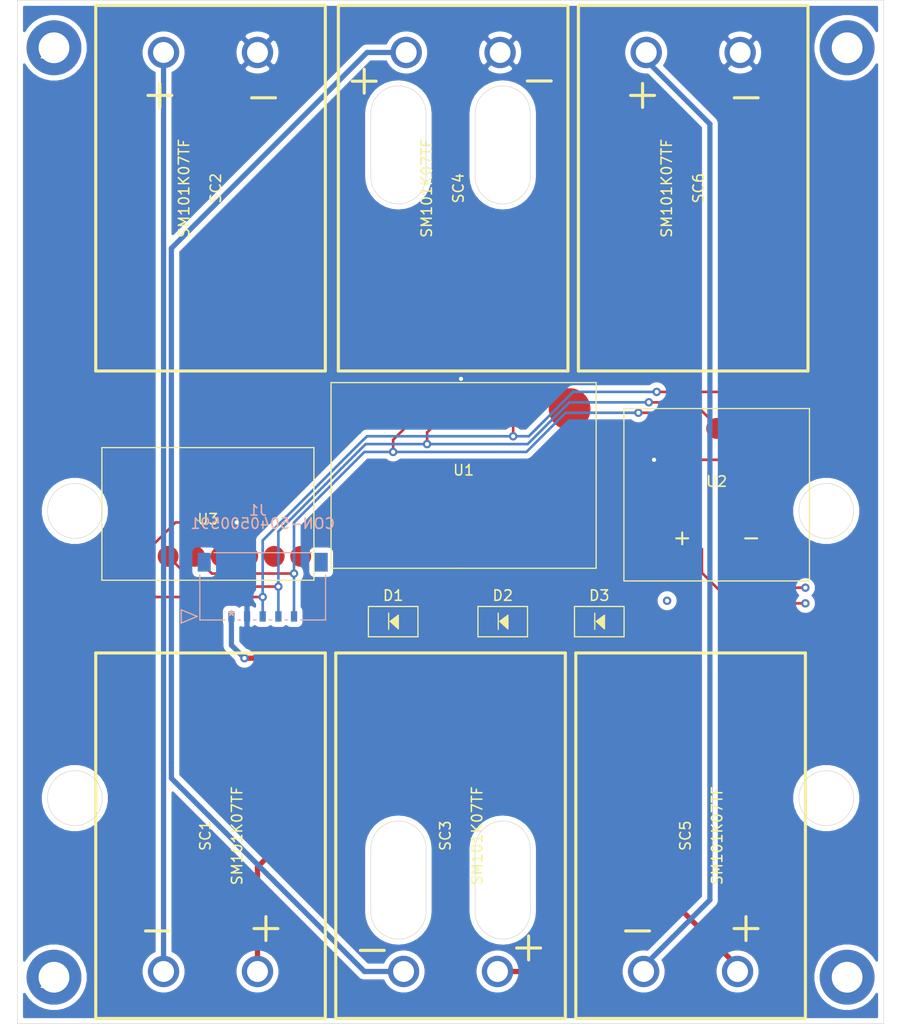
<source format=kicad_pcb>
(kicad_pcb (version 20171130) (host pcbnew "(5.1.10)-1")

  (general
    (thickness 1.6)
    (drawings 61)
    (tracks 502)
    (zones 0)
    (modules 17)
    (nets 34)
  )

  (page A4)
  (title_block
    (title "Solar Configuration With No Cutout; V4 Stucture")
    (date 2022-05-09)
    (rev 1.0)
  )

  (layers
    (0 F.Cu signal)
    (1 In1.Cu signal)
    (2 In2.Cu signal)
    (31 B.Cu signal)
    (32 B.Adhes user)
    (33 F.Adhes user)
    (34 B.Paste user)
    (35 F.Paste user)
    (36 B.SilkS user)
    (37 F.SilkS user)
    (38 B.Mask user)
    (39 F.Mask user)
    (40 Dwgs.User user hide)
    (41 Cmts.User user)
    (42 Eco1.User user)
    (43 Eco2.User user)
    (44 Edge.Cuts user)
    (45 Margin user)
    (46 B.CrtYd user)
    (47 F.CrtYd user)
    (48 B.Fab user)
    (49 F.Fab user)
  )

  (setup
    (last_trace_width 0.25)
    (user_trace_width 0.5)
    (trace_clearance 0.2)
    (zone_clearance 0.508)
    (zone_45_only no)
    (trace_min 0.25)
    (via_size 0.8)
    (via_drill 0.4)
    (via_min_size 0.8)
    (via_min_drill 0.3)
    (uvia_size 0.3)
    (uvia_drill 0.1)
    (uvias_allowed no)
    (uvia_min_size 0.3)
    (uvia_min_drill 0.1)
    (edge_width 0.05)
    (segment_width 0.2)
    (pcb_text_width 0.3)
    (pcb_text_size 1.5 1.5)
    (mod_edge_width 0.12)
    (mod_text_size 1 1)
    (mod_text_width 0.15)
    (pad_size 5.25 5.25)
    (pad_drill 2.95)
    (pad_to_mask_clearance 0)
    (aux_axis_origin 0 0)
    (visible_elements 7FFFFFFF)
    (pcbplotparams
      (layerselection 0x010fc_ffffffff)
      (usegerberextensions false)
      (usegerberattributes true)
      (usegerberadvancedattributes true)
      (creategerberjobfile true)
      (excludeedgelayer true)
      (linewidth 0.100000)
      (plotframeref false)
      (viasonmask false)
      (mode 1)
      (useauxorigin false)
      (hpglpennumber 1)
      (hpglpenspeed 20)
      (hpglpendiameter 15.000000)
      (psnegative false)
      (psa4output false)
      (plotreference true)
      (plotvalue true)
      (plotinvisibletext false)
      (padsonsilk false)
      (subtractmaskfromsilk false)
      (outputformat 1)
      (mirror false)
      (drillshape 0)
      (scaleselection 1)
      (outputdirectory "Extras/NoCutout/"))
  )

  (net 0 "")
  (net 1 GND)
  (net 2 +3V3)
  (net 3 VSOLAR)
  (net 4 "Net-(SC1-Pad2)")
  (net 5 "Net-(SC3-Pad2)")
  (net 6 "Net-(D1-Pad2)")
  (net 7 "Net-(D2-Pad2)")
  (net 8 SDA)
  (net 9 SCL)
  (net 10 "Net-(U1-Pad7)")
  (net 11 "Net-(U1-Pad8)")
  (net 12 "Net-(U1-Pad9)")
  (net 13 "Net-(U1-Pad2)")
  (net 14 "Net-(U1-Pad6)")
  (net 15 "Net-(U1-Pad10)")
  (net 16 "Net-(U2-Pad6)")
  (net 17 "Net-(U2-Pad9)")
  (net 18 "Net-(U2-Pad8)")
  (net 19 "Net-(U2-Pad5)")
  (net 20 "Net-(U3-Pad9)")
  (net 21 "Net-(U3-Pad10)")
  (net 22 "Net-(U3-Pad8)")
  (net 23 "Net-(U3-Pad7)")
  (net 24 "Net-(U3-Pad6)")
  (net 25 "Net-(U3-Pad5)")
  (net 26 "Net-(D3-Pad2)")
  (net 27 "Net-(SC5-Pad2)")
  (net 28 "Net-(J1-Pad7)")
  (net 29 "Net-(J1-Pad6)")
  (net 30 "Net-(J2-Pad1)")
  (net 31 "Net-(J3-Pad1)")
  (net 32 "Net-(J4-Pad1)")
  (net 33 "Net-(J5-Pad1)")

  (net_class Default "This is the default net class."
    (clearance 0.2)
    (trace_width 0.25)
    (via_dia 0.8)
    (via_drill 0.4)
    (uvia_dia 0.3)
    (uvia_drill 0.1)
    (add_net +3V3)
    (add_net GND)
    (add_net "Net-(D1-Pad2)")
    (add_net "Net-(D2-Pad2)")
    (add_net "Net-(D3-Pad2)")
    (add_net "Net-(J1-Pad6)")
    (add_net "Net-(J1-Pad7)")
    (add_net "Net-(J2-Pad1)")
    (add_net "Net-(J3-Pad1)")
    (add_net "Net-(J4-Pad1)")
    (add_net "Net-(J5-Pad1)")
    (add_net "Net-(SC1-Pad2)")
    (add_net "Net-(SC3-Pad2)")
    (add_net "Net-(SC5-Pad2)")
    (add_net "Net-(U1-Pad10)")
    (add_net "Net-(U1-Pad2)")
    (add_net "Net-(U1-Pad6)")
    (add_net "Net-(U1-Pad7)")
    (add_net "Net-(U1-Pad8)")
    (add_net "Net-(U1-Pad9)")
    (add_net "Net-(U2-Pad5)")
    (add_net "Net-(U2-Pad6)")
    (add_net "Net-(U2-Pad8)")
    (add_net "Net-(U2-Pad9)")
    (add_net "Net-(U3-Pad10)")
    (add_net "Net-(U3-Pad5)")
    (add_net "Net-(U3-Pad6)")
    (add_net "Net-(U3-Pad7)")
    (add_net "Net-(U3-Pad8)")
    (add_net "Net-(U3-Pad9)")
    (add_net SCL)
    (add_net SDA)
    (add_net VSOLAR)
  )

  (module SolarPanelBoards:MountingHoles (layer F.Cu) (tedit 6279A908) (tstamp 6279F58F)
    (at 106 70.3)
    (path /627A5498)
    (fp_text reference J2 (at 0 0.5) (layer F.SilkS)
      (effects (font (size 1 1) (thickness 0.15)))
    )
    (fp_text value Conn_01x01 (at 0 -0.5) (layer F.Fab)
      (effects (font (size 1 1) (thickness 0.15)))
    )
    (pad 1 thru_hole circle (at 0.5 0) (size 5.25 5.25) (drill 2.95) (layers *.Cu *.Mask)
      (net 30 "Net-(J2-Pad1)"))
  )

  (module SolarPanelBoards:MountingHoles (layer F.Cu) (tedit 6279A925) (tstamp 6279F59E)
    (at 183 159.3)
    (path /627A649F)
    (fp_text reference J5 (at 0 0.5) (layer F.SilkS)
      (effects (font (size 1 1) (thickness 0.15)))
    )
    (fp_text value Conn_01x01 (at 0 -0.5) (layer F.Fab)
      (effects (font (size 1 1) (thickness 0.15)))
    )
    (pad 1 thru_hole circle (at -0.5 0) (size 5.25 5.25) (drill 2.95) (layers *.Cu *.Mask)
      (net 33 "Net-(J5-Pad1)"))
  )

  (module SolarPanelBoards:MountingHoles (layer F.Cu) (tedit 6279A92E) (tstamp 6279F599)
    (at 183 70.3)
    (path /627A5C0A)
    (fp_text reference J4 (at 0 0.5) (layer F.SilkS)
      (effects (font (size 1 1) (thickness 0.15)))
    )
    (fp_text value Conn_01x01 (at 0 -0.5) (layer F.Fab)
      (effects (font (size 1 1) (thickness 0.15)))
    )
    (pad 1 thru_hole circle (at -0.5 0) (size 5.25 5.25) (drill 2.95) (layers *.Cu *.Mask)
      (net 32 "Net-(J4-Pad1)"))
  )

  (module SolarPanelBoards:MountingHoles (layer F.Cu) (tedit 6279A913) (tstamp 6279F594)
    (at 106 159.3)
    (path /627A5849)
    (fp_text reference J3 (at 0 0.5) (layer F.SilkS)
      (effects (font (size 1 1) (thickness 0.15)))
    )
    (fp_text value Conn_01x01 (at 0 -0.5) (layer F.Fab)
      (effects (font (size 1 1) (thickness 0.15)))
    )
    (pad 1 thru_hole circle (at 0.5 0) (size 5.25 5.25) (drill 2.95) (layers *.Cu *.Mask)
      (net 31 "Net-(J3-Pad1)"))
  )

  (module SolarPanelBoards:CON_5040500591 (layer B.Cu) (tedit 62771E74) (tstamp 627795B0)
    (at 123.5 124.75 180)
    (path /62783659)
    (fp_text reference J1 (at -2.54 10.16) (layer B.SilkS)
      (effects (font (size 1 1) (thickness 0.15)) (justify mirror))
    )
    (fp_text value CON-5040500591 (at -3.000002 8.89) (layer B.SilkS)
      (effects (font (size 1 1) (thickness 0.15)) (justify mirror))
    )
    (fp_line (start -10.294989 7.370001) (end -10.294989 -1.61) (layer B.CrtYd) (width 0.05))
    (fp_line (start -10.294989 -1.61) (end 4.294987 -1.61) (layer B.CrtYd) (width 0.05))
    (fp_line (start 4.294987 -1.61) (end 4.294987 7.370001) (layer B.CrtYd) (width 0.05))
    (fp_line (start 4.294987 7.370001) (end -10.294989 7.370001) (layer B.CrtYd) (width 0.05))
    (fp_line (start 3.278987 0) (end 4.802987 0.635) (layer B.SilkS) (width 0.12))
    (fp_line (start 4.802987 0.635) (end 4.802987 -0.635) (layer B.SilkS) (width 0.12))
    (fp_line (start 4.802987 -0.635) (end 3.278987 0) (layer B.SilkS) (width 0.12))
    (fp_line (start 3.278987 0) (end 4.802987 0.635) (layer B.Fab) (width 0.1))
    (fp_line (start 4.802987 0.635) (end 4.802987 -0.635) (layer B.Fab) (width 0.1))
    (fp_line (start 4.802987 -0.635) (end 3.278987 0) (layer B.Fab) (width 0.1))
    (fp_line (start -9.024989 3.96996) (end -9.024989 -0.34) (layer B.SilkS) (width 0.12))
    (fp_line (start -9.024989 -0.34) (end -6.620041 -0.34) (layer B.SilkS) (width 0.12))
    (fp_line (start 3.024988 -0.34) (end 3.024988 3.96996) (layer B.SilkS) (width 0.12))
    (fp_line (start 1.660115 6.1) (end -7.660116 6.1) (layer B.SilkS) (width 0.12))
    (fp_line (start -9.024989 -0.34) (end 3.024988 -0.34) (layer B.Fab) (width 0.1))
    (fp_line (start 3.024988 -0.34) (end 3.024988 6.100001) (layer B.Fab) (width 0.1))
    (fp_line (start 3.024988 6.100001) (end -9.024989 6.100001) (layer B.Fab) (width 0.1))
    (fp_line (start -9.024989 6.100001) (end -9.024989 -0.34) (layer B.Fab) (width 0.1))
    (fp_line (start 0.62004 -0.34) (end 3.024988 -0.34) (layer B.SilkS) (width 0.12))
    (fp_line (start -0.87996 -0.34) (end -0.62004 -0.34) (layer B.SilkS) (width 0.12))
    (fp_line (start -2.379959 -0.34) (end -2.12004 -0.34) (layer B.SilkS) (width 0.12))
    (fp_line (start -3.879961 -0.34) (end -3.620039 -0.34) (layer B.SilkS) (width 0.12))
    (fp_line (start -5.379961 -0.34) (end -5.120041 -0.34) (layer B.SilkS) (width 0.12))
    (fp_line (start -10.294989 7.370001) (end -10.294989 -1.61) (layer B.CrtYd) (width 0.05))
    (fp_line (start -10.294989 -1.61) (end 4.294987 -1.61) (layer B.CrtYd) (width 0.05))
    (fp_line (start 4.294987 -1.61) (end 4.294987 7.370001) (layer B.CrtYd) (width 0.05))
    (fp_line (start 4.294987 7.370001) (end -10.294989 7.370001) (layer B.CrtYd) (width 0.05))
    (fp_text user MAXIMUM_PACKAGE_HEIGHT:_2_MM (at -9.024989 -6.599999) (layer Cmts.User)
      (effects (font (size 1 1) (thickness 0.15)))
    )
    (fp_text user MAXIMUM_PACKAGE_HEIGHT:_2_MM (at -9.024989 -6.599999) (layer Cmts.User)
      (effects (font (size 1 1) (thickness 0.15)))
    )
    (fp_text user NOTE (at -9.024989 -4.059999) (layer Cmts.User)
      (effects (font (size 1 1) (thickness 0.15)))
    )
    (fp_text user NOTE (at -9.024989 -4.059999) (layer Cmts.User)
      (effects (font (size 1 1) (thickness 0.15)))
    )
    (fp_text user 5040500591 (at -0.206002 -2.961997) (layer B.Fab)
      (effects (font (size 1 1) (thickness 0.15)) (justify mirror))
    )
    (fp_text user * (at 0 0) (layer B.Fab)
      (effects (font (size 1 1) (thickness 0.15)) (justify mirror))
    )
    (fp_text user * (at 0 0) (layer B.SilkS)
      (effects (font (size 1 1) (thickness 0.15)) (justify mirror))
    )
    (fp_text user "Copyright 2021 Accelerated Designs. All rights reserved." (at 0 0) (layer Cmts.User)
      (effects (font (size 0.127 0.127) (thickness 0.002)))
    )
    (pad 7 smd rect (at -8.604999 5.19 180) (size 1.25 1.8) (layers B.Cu B.Paste B.Mask)
      (net 28 "Net-(J1-Pad7)"))
    (pad 6 smd rect (at 2.604999 5.19 180) (size 1.25 1.8) (layers B.Cu B.Paste B.Mask)
      (net 29 "Net-(J1-Pad6)"))
    (pad 5 smd rect (at -6.000001 0 180) (size 0.6 1) (layers B.Cu B.Paste B.Mask)
      (net 8 SDA))
    (pad 4 smd rect (at -4.500001 0 180) (size 0.6 1) (layers B.Cu B.Paste B.Mask)
      (net 9 SCL))
    (pad 3 smd rect (at -2.999999 0 180) (size 0.6 1) (layers B.Cu B.Paste B.Mask)
      (net 2 +3V3))
    (pad 2 smd rect (at -1.5 0 180) (size 0.6 1) (layers B.Cu B.Paste B.Mask)
      (net 1 GND))
    (pad 1 smd rect (at 0 0 180) (size 0.6 1) (layers B.Cu B.Paste B.Mask)
      (net 3 VSOLAR))
    (model ${KIPRJMOD}/Extras/3-DComponents/5040500591.stp
      (offset (xyz -3 4.75 1))
      (scale (xyz 1 1 1))
      (rotate (xyz 0 0 0))
    )
  )

  (module SolarPanelBoards:MCP9808 (layer F.Cu) (tedit 6275D907) (tstamp 62769BA9)
    (at 121.25 114.936)
    (path /62748135)
    (fp_text reference U3 (at 0 0.5) (layer F.SilkS)
      (effects (font (size 1 1) (thickness 0.15)))
    )
    (fp_text value MCP9808_Breakout (at 0 -0.5) (layer F.Fab)
      (effects (font (size 1 1) (thickness 0.15)))
    )
    (fp_line (start 0 -6.35) (end -10.16 -6.35) (layer F.SilkS) (width 0.12))
    (fp_line (start -10.16 -6.35) (end -10.16 0) (layer F.SilkS) (width 0.12))
    (fp_line (start 0 -6.35) (end 10.16 -6.35) (layer F.SilkS) (width 0.12))
    (fp_line (start 10.16 -6.35) (end 10.16 0) (layer F.SilkS) (width 0.12))
    (fp_line (start -10.16 6.35) (end -10.16 0) (layer F.SilkS) (width 0.12))
    (fp_line (start 0 6.35) (end -10.16 6.35) (layer F.SilkS) (width 0.12))
    (fp_line (start 10.16 6.35) (end 10.16 0) (layer F.SilkS) (width 0.12))
    (fp_line (start 0 6.35) (end 10.16 6.35) (layer F.SilkS) (width 0.12))
    (pad 9 smd circle (at -7.62 -3.81) (size 4 4) (layers F.Cu F.Paste F.Mask)
      (net 20 "Net-(U3-Pad9)"))
    (pad 10 smd circle (at 7.62 -3.81) (size 4 4) (layers F.Cu F.Paste F.Mask)
      (net 21 "Net-(U3-Pad10)"))
    (pad 3 smd circle (at -3.81 4.064) (size 2 2) (layers F.Cu F.Paste F.Mask)
      (net 9 SCL))
    (pad 4 smd circle (at -1.27 4.064) (size 2 2) (layers F.Cu F.Paste F.Mask)
      (net 8 SDA))
    (pad 1 smd circle (at -8.89 4.064) (size 2 2) (layers F.Cu F.Paste F.Mask)
      (net 2 +3V3))
    (pad 2 smd circle (at -6.35 4.064) (size 2 2) (layers F.Cu F.Paste F.Mask)
      (net 1 GND))
    (pad 8 smd circle (at 8.89 4.064) (size 2 2) (layers F.Cu F.Paste F.Mask)
      (net 22 "Net-(U3-Pad8)"))
    (pad 7 smd circle (at 6.35 4.064) (size 2 2) (layers F.Cu F.Paste F.Mask)
      (net 23 "Net-(U3-Pad7)"))
    (pad 6 smd circle (at 3.81 4.064) (size 2 2) (layers F.Cu F.Paste F.Mask)
      (net 24 "Net-(U3-Pad6)"))
    (pad 5 smd circle (at 1.27 4.064) (size 2 2) (layers F.Cu F.Paste F.Mask)
      (net 25 "Net-(U3-Pad5)"))
    (model ${KIPRJMOD}/Extras/3-DComponents/MCP9808.STEP
      (offset (xyz -10.5 -6.5 0))
      (scale (xyz 1 1 1))
      (rotate (xyz -90 0 0))
    )
  )

  (module SolarPanelBoards:DRV2605L (layer F.Cu) (tedit 6275D81F) (tstamp 62769B93)
    (at 170 106.75 180)
    (path /62747843)
    (fp_text reference U2 (at 0 -5.08) (layer F.SilkS)
      (effects (font (size 1 1) (thickness 0.15)))
    )
    (fp_text value DRV2605L_Breakout (at 0 -6.35) (layer F.Fab)
      (effects (font (size 1 1) (thickness 0.15)))
    )
    (fp_line (start -8.89 -14.605) (end 8.89 -14.605) (layer F.SilkS) (width 0.12))
    (fp_line (start 8.89 1.905) (end 8.89 -14.605) (layer F.SilkS) (width 0.12))
    (fp_line (start -8.89 0) (end -8.89 -14.605) (layer F.SilkS) (width 0.12))
    (fp_line (start -8.89 1.905) (end -8.89 0) (layer F.SilkS) (width 0.12))
    (fp_line (start 0 1.905) (end -8.89 1.905) (layer F.SilkS) (width 0.12))
    (fp_line (start 0 1.905) (end 8.89 1.905) (layer F.SilkS) (width 0.12))
    (fp_text user + (at 3.302 -10.414) (layer F.SilkS)
      (effects (font (size 1.5 1.5) (thickness 0.2)))
    )
    (fp_text user - (at -3.302 -10.414) (layer F.SilkS)
      (effects (font (size 1.5 1.5) (thickness 0.2)))
    )
    (pad 7 smd rect (at 2.54 -12.7 180) (size 2.5 2.5) (layers F.Cu F.Paste F.Mask)
      (net 16 "Net-(U2-Pad6)"))
    (pad 6 smd rect (at -2.54 -12.7 180) (size 2.5 2.5) (layers F.Cu F.Paste F.Mask)
      (net 16 "Net-(U2-Pad6)"))
    (pad 9 smd circle (at 6.35 -12.065 180) (size 4 4) (layers F.Cu F.Paste F.Mask)
      (net 17 "Net-(U2-Pad9)"))
    (pad 8 smd circle (at -6.35 -12.065 180) (size 4 4) (layers F.Cu F.Paste F.Mask)
      (net 18 "Net-(U2-Pad8)"))
    (pad 1 smd circle (at -5.08 0 180) (size 2 2) (layers F.Cu F.Paste F.Mask)
      (net 2 +3V3))
    (pad 2 smd circle (at -2.54 0 180) (size 2 2) (layers F.Cu F.Paste F.Mask)
      (net 1 GND))
    (pad 5 smd circle (at 5.08 0 180) (size 2 2) (layers F.Cu F.Paste F.Mask)
      (net 19 "Net-(U2-Pad5)"))
    (pad 4 smd circle (at 2.54 0 180) (size 2 2) (layers F.Cu F.Paste F.Mask)
      (net 8 SDA))
    (pad 3 smd circle (at 0 0 180) (size 2 2) (layers F.Cu F.Paste F.Mask)
      (net 9 SCL))
    (model ${KIPRJMOD}/Extras/3-DComponents/DRV2605L.STEP
      (offset (xyz -9 -2 0))
      (scale (xyz 1 1 1))
      (rotate (xyz -90 0 0))
    )
  )

  (module SolarPanelBoards:APDS9960 (layer F.Cu) (tedit 6275D630) (tstamp 62769B7E)
    (at 145.75 111.25 180)
    (path /6273B54B)
    (fp_text reference U1 (at 0 0.5) (layer F.SilkS)
      (effects (font (size 1 1) (thickness 0.15)))
    )
    (fp_text value APDS9960_Breakout (at 0 -0.5) (layer F.Fab)
      (effects (font (size 1 1) (thickness 0.15)))
    )
    (fp_line (start -12.7 0) (end -12.7 -8.89) (layer F.SilkS) (width 0.12))
    (fp_line (start 0 -8.89) (end -12.7 -8.89) (layer F.SilkS) (width 0.12))
    (fp_line (start 0 -8.89) (end 12.7 -8.89) (layer F.SilkS) (width 0.12))
    (fp_line (start 12.7 0) (end 12.7 -8.89) (layer F.SilkS) (width 0.12))
    (fp_line (start -12.7 0) (end -12.7 8.89) (layer F.SilkS) (width 0.12))
    (fp_line (start 0 8.89) (end -12.7 8.89) (layer F.SilkS) (width 0.12))
    (fp_line (start 12.7 0) (end 12.7 8.89) (layer F.SilkS) (width 0.12))
    (fp_line (start 0 8.89) (end 12.7 8.89) (layer F.SilkS) (width 0.12))
    (pad 7 smd circle (at -10.16 -6.35) (size 4 4) (layers F.Cu F.Paste F.Mask)
      (net 10 "Net-(U1-Pad7)"))
    (pad 8 smd circle (at 10.16 -6.35) (size 4 4) (layers F.Cu F.Paste F.Mask)
      (net 11 "Net-(U1-Pad8)"))
    (pad 9 smd circle (at -10.16 6.35 180) (size 4 4) (layers F.Cu F.Paste F.Mask)
      (net 12 "Net-(U1-Pad9)"))
    (pad 2 smd circle (at -3.81 6.35 180) (size 2 2) (layers F.Cu F.Paste F.Mask)
      (net 13 "Net-(U1-Pad2)"))
    (pad 3 smd circle (at -1.27 6.35 180) (size 2 2) (layers F.Cu F.Paste F.Mask)
      (net 1 GND))
    (pad 1 smd circle (at -6.35 6.35 180) (size 2 2) (layers F.Cu F.Paste F.Mask)
      (net 2 +3V3))
    (pad 6 smd circle (at 6.35 6.35 180) (size 2 2) (layers F.Cu F.Paste F.Mask)
      (net 14 "Net-(U1-Pad6)"))
    (pad 5 smd circle (at 3.81 6.35 180) (size 2 2) (layers F.Cu F.Paste F.Mask)
      (net 8 SDA))
    (pad 4 smd circle (at 1.27 6.35 180) (size 2 2) (layers F.Cu F.Paste F.Mask)
      (net 9 SCL))
    (pad 10 smd circle (at 10.16 6.35 180) (size 4 4) (layers F.Cu F.Paste F.Mask)
      (net 15 "Net-(U1-Pad10)"))
    (model ${KIPRJMOD}/Extras/3-DComponents/APDS9960.STEP
      (offset (xyz 12.75 8.75 0))
      (scale (xyz 1 1 1))
      (rotate (xyz 90 180 0))
    )
  )

  (module SolarPanelBoards:SM101K07TF (layer F.Cu) (tedit 6275D59F) (tstamp 6276949B)
    (at 167.75 83.75 90)
    (path /62735AF7)
    (fp_text reference SC6 (at 0 0.5 90) (layer F.SilkS)
      (effects (font (size 1 1) (thickness 0.15)))
    )
    (fp_text value SM101K07TF (at 0 -2.54 90) (layer F.SilkS)
      (effects (font (size 1 1) (thickness 0.15)))
    )
    (fp_line (start -17.5 -11) (end 17.5 -11) (layer F.SilkS) (width 0.3))
    (fp_line (start 17.5 -11) (end 17.5 11) (layer F.SilkS) (width 0.3))
    (fp_line (start 17.5 11) (end -17.5 11) (layer F.SilkS) (width 0.3))
    (fp_line (start -17.5 11) (end -17.5 -11) (layer F.SilkS) (width 0.3))
    (fp_text user - (at 8.89 5.08) (layer F.SilkS)
      (effects (font (size 3 3) (thickness 0.3)))
    )
    (fp_text user + (at 8.89 -5.08 90) (layer F.SilkS)
      (effects (font (size 3 3) (thickness 0.3)))
    )
    (pad 2 thru_hole circle (at 13 4.5 90) (size 3 3) (drill 2) (layers *.Cu *.Mask)
      (net 1 GND))
    (pad 1 thru_hole circle (at 13 -4.5 90) (size 3 3) (drill 2) (layers *.Cu *.Mask)
      (net 27 "Net-(SC5-Pad2)"))
    (model ${KIPRJMOD}/Extras/3-DComponents/SM101K07TF.STEP
      (offset (xyz 17.5 -11 0))
      (scale (xyz 1 1 1))
      (rotate (xyz 90 180 90))
    )
  )

  (module SolarPanelBoards:SM101K07TF (layer F.Cu) (tedit 6275D59F) (tstamp 6276948F)
    (at 167.5 145.75 270)
    (path /62735AFD)
    (fp_text reference SC5 (at 0 0.5 90) (layer F.SilkS)
      (effects (font (size 1 1) (thickness 0.15)))
    )
    (fp_text value SM101K07TF (at 0 -2.54 90) (layer F.SilkS)
      (effects (font (size 1 1) (thickness 0.15)))
    )
    (fp_line (start -17.5 -11) (end 17.5 -11) (layer F.SilkS) (width 0.3))
    (fp_line (start 17.5 -11) (end 17.5 11) (layer F.SilkS) (width 0.3))
    (fp_line (start 17.5 11) (end -17.5 11) (layer F.SilkS) (width 0.3))
    (fp_line (start -17.5 11) (end -17.5 -11) (layer F.SilkS) (width 0.3))
    (fp_text user - (at 8.89 5.08) (layer F.SilkS)
      (effects (font (size 3 3) (thickness 0.3)))
    )
    (fp_text user + (at 8.89 -5.08 90) (layer F.SilkS)
      (effects (font (size 3 3) (thickness 0.3)))
    )
    (pad 2 thru_hole circle (at 13 4.5 270) (size 3 3) (drill 2) (layers *.Cu *.Mask)
      (net 27 "Net-(SC5-Pad2)"))
    (pad 1 thru_hole circle (at 13 -4.5 270) (size 3 3) (drill 2) (layers *.Cu *.Mask)
      (net 26 "Net-(D3-Pad2)"))
    (model ${KIPRJMOD}/Extras/3-DComponents/SM101K07TF.STEP
      (offset (xyz 17.5 -11 0))
      (scale (xyz 1 1 1))
      (rotate (xyz 90 180 90))
    )
  )

  (module SolarPanelBoards:SM101K07TF (layer F.Cu) (tedit 6275D59F) (tstamp 62769483)
    (at 144.75 83.75 90)
    (path /61285A7B)
    (fp_text reference SC4 (at 0 0.5 90) (layer F.SilkS)
      (effects (font (size 1 1) (thickness 0.15)))
    )
    (fp_text value SM101K07TF (at 0 -2.54 90) (layer F.SilkS)
      (effects (font (size 1 1) (thickness 0.15)))
    )
    (fp_line (start -17.5 -11) (end 17.5 -11) (layer F.SilkS) (width 0.3))
    (fp_line (start 17.5 -11) (end 17.5 11) (layer F.SilkS) (width 0.3))
    (fp_line (start 17.5 11) (end -17.5 11) (layer F.SilkS) (width 0.3))
    (fp_line (start -17.5 11) (end -17.5 -11) (layer F.SilkS) (width 0.3))
    (fp_text user - (at 10.5 8.25) (layer F.SilkS)
      (effects (font (size 3 3) (thickness 0.3)))
    )
    (fp_text user + (at 10.25 -8.75 90) (layer F.SilkS)
      (effects (font (size 3 3) (thickness 0.3)))
    )
    (pad 2 thru_hole circle (at 13 4.5 90) (size 3 3) (drill 2) (layers *.Cu *.Mask)
      (net 1 GND))
    (pad 1 thru_hole circle (at 13 -4.5 90) (size 3 3) (drill 2) (layers *.Cu *.Mask)
      (net 5 "Net-(SC3-Pad2)"))
    (model ${KIPRJMOD}/Extras/3-DComponents/SM101K07TF.STEP
      (offset (xyz 17.5 -11 0))
      (scale (xyz 1 1 1))
      (rotate (xyz 90 180 90))
    )
  )

  (module SolarPanelBoards:SM101K07TF (layer F.Cu) (tedit 6275D59F) (tstamp 62769477)
    (at 144.5 145.75 270)
    (path /6128524D)
    (fp_text reference SC3 (at 0 0.5 90) (layer F.SilkS)
      (effects (font (size 1 1) (thickness 0.15)))
    )
    (fp_text value SM101K07TF (at 0 -2.54 90) (layer F.SilkS)
      (effects (font (size 1 1) (thickness 0.15)))
    )
    (fp_line (start -17.5 -11) (end 17.5 -11) (layer F.SilkS) (width 0.3))
    (fp_line (start 17.5 -11) (end 17.5 11) (layer F.SilkS) (width 0.3))
    (fp_line (start 17.5 11) (end -17.5 11) (layer F.SilkS) (width 0.3))
    (fp_line (start -17.5 11) (end -17.5 -11) (layer F.SilkS) (width 0.3))
    (fp_text user - (at 10.75 7.5) (layer F.SilkS)
      (effects (font (size 3 3) (thickness 0.3)))
    )
    (fp_text user + (at 10.75 -7.25 90) (layer F.SilkS)
      (effects (font (size 3 3) (thickness 0.3)))
    )
    (pad 2 thru_hole circle (at 13 4.5 270) (size 3 3) (drill 2) (layers *.Cu *.Mask)
      (net 5 "Net-(SC3-Pad2)"))
    (pad 1 thru_hole circle (at 13 -4.5 270) (size 3 3) (drill 2) (layers *.Cu *.Mask)
      (net 7 "Net-(D2-Pad2)"))
    (model ${KIPRJMOD}/Extras/3-DComponents/SM101K07TF.STEP
      (offset (xyz 17.5 -11 0))
      (scale (xyz 1 1 1))
      (rotate (xyz 90 180 90))
    )
  )

  (module SolarPanelBoards:SM101K07TF (layer F.Cu) (tedit 6275D59F) (tstamp 6276946B)
    (at 121.5 83.75 90)
    (path /612849A3)
    (fp_text reference SC2 (at 0 0.5 90) (layer F.SilkS)
      (effects (font (size 1 1) (thickness 0.15)))
    )
    (fp_text value SM101K07TF (at 0 -2.54 90) (layer F.SilkS)
      (effects (font (size 1 1) (thickness 0.15)))
    )
    (fp_line (start -17.5 -11) (end 17.5 -11) (layer F.SilkS) (width 0.3))
    (fp_line (start 17.5 -11) (end 17.5 11) (layer F.SilkS) (width 0.3))
    (fp_line (start 17.5 11) (end -17.5 11) (layer F.SilkS) (width 0.3))
    (fp_line (start -17.5 11) (end -17.5 -11) (layer F.SilkS) (width 0.3))
    (fp_text user - (at 8.89 5.08) (layer F.SilkS)
      (effects (font (size 3 3) (thickness 0.3)))
    )
    (fp_text user + (at 8.89 -5.08 90) (layer F.SilkS)
      (effects (font (size 3 3) (thickness 0.3)))
    )
    (pad 2 thru_hole circle (at 13 4.5 90) (size 3 3) (drill 2) (layers *.Cu *.Mask)
      (net 1 GND))
    (pad 1 thru_hole circle (at 13 -4.5 90) (size 3 3) (drill 2) (layers *.Cu *.Mask)
      (net 4 "Net-(SC1-Pad2)"))
    (model ${KIPRJMOD}/Extras/3-DComponents/SM101K07TF.STEP
      (offset (xyz 17.5 -11 0))
      (scale (xyz 1 1 1))
      (rotate (xyz 90 180 90))
    )
  )

  (module SolarPanelBoards:SM101K07TF (layer F.Cu) (tedit 6275D59F) (tstamp 6276945F)
    (at 121.5 145.75 270)
    (path /6143BD42)
    (fp_text reference SC1 (at 0 0.5 90) (layer F.SilkS)
      (effects (font (size 1 1) (thickness 0.15)))
    )
    (fp_text value SM101K07TF (at 0 -2.54 90) (layer F.SilkS)
      (effects (font (size 1 1) (thickness 0.15)))
    )
    (fp_line (start -17.5 -11) (end 17.5 -11) (layer F.SilkS) (width 0.3))
    (fp_line (start 17.5 -11) (end 17.5 11) (layer F.SilkS) (width 0.3))
    (fp_line (start 17.5 11) (end -17.5 11) (layer F.SilkS) (width 0.3))
    (fp_line (start -17.5 11) (end -17.5 -11) (layer F.SilkS) (width 0.3))
    (fp_text user - (at 8.89 5.08) (layer F.SilkS)
      (effects (font (size 3 3) (thickness 0.3)))
    )
    (fp_text user + (at 8.89 -5.08 90) (layer F.SilkS)
      (effects (font (size 3 3) (thickness 0.3)))
    )
    (pad 2 thru_hole circle (at 13 4.5 270) (size 3 3) (drill 2) (layers *.Cu *.Mask)
      (net 4 "Net-(SC1-Pad2)"))
    (pad 1 thru_hole circle (at 13 -4.5 270) (size 3 3) (drill 2) (layers *.Cu *.Mask)
      (net 6 "Net-(D1-Pad2)"))
    (model ${KIPRJMOD}/Extras/3-DComponents/SM101K07TF.STEP
      (offset (xyz 17.5 -11 0))
      (scale (xyz 1 1 1))
      (rotate (xyz 90 180 90))
    )
  )

  (module SolarPanelBoards:DO-214AC (layer F.Cu) (tedit 6275D7B7) (tstamp 62768EB7)
    (at 158.75 125.25)
    (descr "Diode Footprint for CDBA240LL-HF")
    (path /62735B03)
    (attr smd)
    (fp_text reference D3 (at 0 -2.5) (layer F.SilkS)
      (effects (font (size 1 1) (thickness 0.15)))
    )
    (fp_text value CDBA240LL-HF (at 0 -2.54) (layer F.Fab)
      (effects (font (size 1 1) (thickness 0.15)))
    )
    (fp_line (start -0.4318 -0.8128) (end -0.4318 0.7366) (layer F.SilkS) (width 0.12))
    (fp_poly (pts (xy 0.508 0.7112) (xy -0.3048 -0.0254) (xy 0.508 -0.635)) (layer F.SilkS) (width 0.1))
    (fp_line (start -2.375 -1.45) (end 2.375 -1.45) (layer F.SilkS) (width 0.12))
    (fp_line (start -2.375 1.45) (end -2.375 -1.45) (layer F.SilkS) (width 0.12))
    (fp_line (start 2.375 1.45) (end 2.375 -1.45) (layer F.SilkS) (width 0.12))
    (fp_line (start -2.375 1.45) (end 2.375 1.45) (layer F.SilkS) (width 0.12))
    (pad 2 smd rect (at 2 0) (size 2.5 1.7) (layers F.Cu F.Paste F.Mask)
      (net 26 "Net-(D3-Pad2)"))
    (pad 1 smd rect (at -2 0) (size 2.5 1.7) (layers F.Cu F.Paste F.Mask)
      (net 3 VSOLAR))
    (model ${KIPRJMOD}/Extras/3-DComponents/CDBA240LL-HF.STEP
      (offset (xyz -2.5 1.25 0))
      (scale (xyz 1 1 1))
      (rotate (xyz -90 0 0))
    )
  )

  (module SolarPanelBoards:DO-214AC (layer F.Cu) (tedit 6275D7B7) (tstamp 62768EAB)
    (at 149.5 125.25)
    (descr "Diode Footprint for CDBA240LL-HF")
    (path /61455D66)
    (attr smd)
    (fp_text reference D2 (at 0 -2.5) (layer F.SilkS)
      (effects (font (size 1 1) (thickness 0.15)))
    )
    (fp_text value CDBA240LL-HF (at 0 -2.54) (layer F.Fab)
      (effects (font (size 1 1) (thickness 0.15)))
    )
    (fp_line (start -0.4318 -0.8128) (end -0.4318 0.7366) (layer F.SilkS) (width 0.12))
    (fp_poly (pts (xy 0.508 0.7112) (xy -0.3048 -0.0254) (xy 0.508 -0.635)) (layer F.SilkS) (width 0.1))
    (fp_line (start -2.375 -1.45) (end 2.375 -1.45) (layer F.SilkS) (width 0.12))
    (fp_line (start -2.375 1.45) (end -2.375 -1.45) (layer F.SilkS) (width 0.12))
    (fp_line (start 2.375 1.45) (end 2.375 -1.45) (layer F.SilkS) (width 0.12))
    (fp_line (start -2.375 1.45) (end 2.375 1.45) (layer F.SilkS) (width 0.12))
    (pad 2 smd rect (at 2 0) (size 2.5 1.7) (layers F.Cu F.Paste F.Mask)
      (net 7 "Net-(D2-Pad2)"))
    (pad 1 smd rect (at -2 0) (size 2.5 1.7) (layers F.Cu F.Paste F.Mask)
      (net 3 VSOLAR))
    (model ${KIPRJMOD}/Extras/3-DComponents/CDBA240LL-HF.STEP
      (offset (xyz -2.5 1.25 0))
      (scale (xyz 1 1 1))
      (rotate (xyz -90 0 0))
    )
  )

  (module SolarPanelBoards:DO-214AC (layer F.Cu) (tedit 6275D7B7) (tstamp 62768E9F)
    (at 139 125.25)
    (descr "Diode Footprint for CDBA240LL-HF")
    (path /61067859)
    (attr smd)
    (fp_text reference D1 (at 0 -2.5) (layer F.SilkS)
      (effects (font (size 1 1) (thickness 0.15)))
    )
    (fp_text value CDBA240LL-HF (at 0 -2.54) (layer F.Fab)
      (effects (font (size 1 1) (thickness 0.15)))
    )
    (fp_line (start -0.4318 -0.8128) (end -0.4318 0.7366) (layer F.SilkS) (width 0.12))
    (fp_poly (pts (xy 0.508 0.7112) (xy -0.3048 -0.0254) (xy 0.508 -0.635)) (layer F.SilkS) (width 0.1))
    (fp_line (start -2.375 -1.45) (end 2.375 -1.45) (layer F.SilkS) (width 0.12))
    (fp_line (start -2.375 1.45) (end -2.375 -1.45) (layer F.SilkS) (width 0.12))
    (fp_line (start 2.375 1.45) (end 2.375 -1.45) (layer F.SilkS) (width 0.12))
    (fp_line (start -2.375 1.45) (end 2.375 1.45) (layer F.SilkS) (width 0.12))
    (pad 2 smd rect (at 2 0) (size 2.5 1.7) (layers F.Cu F.Paste F.Mask)
      (net 6 "Net-(D1-Pad2)"))
    (pad 1 smd rect (at -2 0) (size 2.5 1.7) (layers F.Cu F.Paste F.Mask)
      (net 3 VSOLAR))
    (model ${KIPRJMOD}/Extras/3-DComponents/CDBA240LL-HF.STEP
      (offset (xyz -2.5 1.25 0))
      (scale (xyz 1 1 1))
      (rotate (xyz -90 0 0))
    )
  )

  (gr_circle (center 182.5 70.3) (end 183.975 70.3) (layer Dwgs.User) (width 0.2))
  (gr_arc (start 149.5 153) (end 146.85 153) (angle -180) (layer Edge.Cuts) (width 0.05))
  (gr_arc (start 149.5 147) (end 152.15 147) (angle -180) (layer Edge.Cuts) (width 0.05))
  (gr_arc (start 139.5 153) (end 136.85 153) (angle -180) (layer Edge.Cuts) (width 0.05))
  (gr_arc (start 139.5 147) (end 142.15 147) (angle -180) (layer Edge.Cuts) (width 0.05))
  (gr_arc (start 149.5 82.6) (end 146.85 82.6) (angle -180) (layer Edge.Cuts) (width 0.05))
  (gr_arc (start 149.5 76.6) (end 152.15 76.6) (angle -180) (layer Edge.Cuts) (width 0.05))
  (gr_arc (start 139.5 76.6) (end 142.15 76.6) (angle -180) (layer Edge.Cuts) (width 0.05))
  (gr_arc (start 139.5 82.6) (end 136.85 82.6) (angle -180) (layer Edge.Cuts) (width 0.05))
  (gr_line (start 152.15 76.6) (end 152.15 82.6) (layer Edge.Cuts) (width 0.05) (tstamp 6273C548))
  (gr_line (start 146.85 76.6) (end 146.85 82.6) (layer Edge.Cuts) (width 0.05) (tstamp 6273C547))
  (gr_line (start 136.85 76.6) (end 136.85 82.6) (layer Edge.Cuts) (width 0.05) (tstamp 6273C546))
  (gr_line (start 142.15 76.6) (end 142.15 82.6) (layer Edge.Cuts) (width 0.05) (tstamp 6273C545))
  (gr_line (start 152.15 153) (end 152.15 147) (layer Edge.Cuts) (width 0.05) (tstamp 6273C544))
  (gr_line (start 146.85 147) (end 146.85 153) (layer Edge.Cuts) (width 0.05) (tstamp 6273C543))
  (gr_line (start 142.15 153) (end 142.15 147) (layer Edge.Cuts) (width 0.05) (tstamp 6273C542))
  (gr_line (start 136.85 153) (end 136.85 147) (layer Edge.Cuts) (width 0.05) (tstamp 6273C541))
  (gr_line (start 112 85.75) (end 111.75 85.75) (layer Dwgs.User) (width 0.15) (tstamp 62743775))
  (gr_line (start 177.5 143.75) (end 177 143.75) (layer Dwgs.User) (width 0.15) (tstamp 62743774))
  (gr_line (start 177 143.75) (end 177.25 143.75) (layer Dwgs.User) (width 0.15) (tstamp 62743773))
  (gr_line (start 111.5 143.75) (end 111.5 143.25) (layer Dwgs.User) (width 0.15) (tstamp 62743772))
  (gr_line (start 177.5 85.75) (end 177.5 86.25) (layer Dwgs.User) (width 0.15) (tstamp 62743771))
  (gr_line (start 177.5 143.75) (end 177.25 143.75) (layer Dwgs.User) (width 0.15) (tstamp 62743770))
  (gr_line (start 111.5 85.75) (end 112 85.75) (layer Dwgs.User) (width 0.15) (tstamp 6274376F))
  (gr_line (start 111.5 143.25) (end 111.5 143.5) (layer Dwgs.User) (width 0.15) (tstamp 6274376E))
  (gr_line (start 177.5 86.25) (end 177.5 86) (layer Dwgs.User) (width 0.15) (tstamp 6274376D))
  (gr_line (start 111.5 144) (end 111.5 87.5) (layer Dwgs.User) (width 0.15) (tstamp 6274376C))
  (gr_line (start 177.5 143.75) (end 111.5 143.75) (layer Dwgs.User) (width 0.15) (tstamp 6274376B))
  (gr_line (start 177.5 87.5) (end 177.5 144.25) (layer Dwgs.User) (width 0.15) (tstamp 6274376A))
  (gr_line (start 111.5 85.75) (end 177.5 85.75) (layer Dwgs.User) (width 0.15) (tstamp 62743769))
  (gr_circle (center 180.5 114.65) (end 183.125 114.65) (layer Edge.Cuts) (width 0.05) (tstamp 6274BAD1))
  (gr_circle (center 180.5 142.15) (end 183.125 142.15) (layer Edge.Cuts) (width 0.05) (tstamp 6274BAD1))
  (gr_circle (center 108.5 142.15) (end 111.125 142.15) (layer Edge.Cuts) (width 0.05) (tstamp 6274BAD1))
  (gr_circle (center 108.5 114.65) (end 111.125 114.65) (layer Edge.Cuts) (width 0.05))
  (gr_line (start 186 65.75) (end 103 65.75) (layer Edge.Cuts) (width 0.05) (tstamp 6274BA62))
  (gr_line (start 186 163.75) (end 186 65.75) (layer Edge.Cuts) (width 0.05))
  (gr_line (start 103 163.75) (end 186 163.75) (layer Edge.Cuts) (width 0.05))
  (gr_line (start 103 65.75) (end 103 163.75) (layer Edge.Cuts) (width 0.05))
  (gr_circle (center 106.5 159.3) (end 109.125 159.3) (layer Dwgs.User) (width 0.2) (tstamp 6273DF4B))
  (gr_circle (center 182.5 159.3) (end 185.125 159.3) (layer Dwgs.User) (width 0.2) (tstamp 6273DF4B))
  (gr_circle (center 182.5 70.3) (end 185.125 70.3) (layer Dwgs.User) (width 0.2) (tstamp 6273DF4B))
  (gr_circle (center 106.5 70.3) (end 109.125 70.3) (layer Dwgs.User) (width 0.2) (tstamp 6273DF4B))
  (gr_line (start 186 163.8) (end 186 65.8) (layer Dwgs.User) (width 0.2))
  (gr_circle (center 106.5 159.3) (end 107.975 159.3) (layer Dwgs.User) (width 0.2))
  (gr_line (start 103 65.8) (end 103 163.8) (layer Dwgs.User) (width 0.2))
  (gr_circle (center 149.5 82.6) (end 152.125 82.6) (layer Dwgs.User) (width 0.2))
  (gr_circle (center 149.5 76.6) (end 152.125 76.6) (layer Dwgs.User) (width 0.2))
  (gr_circle (center 180.5 142.15) (end 183.124999 142.15) (layer Dwgs.User) (width 0.2))
  (gr_circle (center 149.5 147) (end 152.124999 147) (layer Dwgs.User) (width 0.2))
  (gr_line (start 186 65.8) (end 103 65.8) (layer Dwgs.User) (width 0.2))
  (gr_circle (center 139.5 82.6) (end 142.125001 82.6) (layer Dwgs.User) (width 0.2))
  (gr_circle (center 139.5 76.6) (end 142.125001 76.6) (layer Dwgs.User) (width 0.2))
  (gr_line (start 103 163.8) (end 186 163.8) (layer Dwgs.User) (width 0.2))
  (gr_circle (center 180.5 114.65) (end 183.125 114.65) (layer Dwgs.User) (width 0.2))
  (gr_circle (center 182.5 159.3) (end 183.975 159.3) (layer Dwgs.User) (width 0.2))
  (gr_circle (center 139.5 147) (end 142.125 147) (layer Dwgs.User) (width 0.2))
  (gr_circle (center 106.5 70.3) (end 107.975 70.3) (layer Dwgs.User) (width 0.2))
  (gr_circle (center 108.5 142.15) (end 111.125 142.15) (layer Dwgs.User) (width 0.2))
  (gr_circle (center 139.5 153) (end 142.125001 153) (layer Dwgs.User) (width 0.2))
  (gr_circle (center 108.5 114.65) (end 111.125 114.65) (layer Dwgs.User) (width 0.2))
  (gr_circle (center 149.5 153) (end 152.125 153) (layer Dwgs.User) (width 0.2))

  (segment (start 165.25 106.25) (end 165.25 106.25) (width 0.25) (layer In2.Cu) (net 0) (tstamp 62743FA5))
  (via (at 124 115.75) (size 0.8) (drill 0.4) (layers F.Cu B.Cu) (net 1))
  (segment (start 164 109.75) (end 164 109.75) (width 0.25) (layer F.Cu) (net 1) (tstamp 62754360))
  (via (at 164 109.75) (size 0.8) (drill 0.4) (layers F.Cu B.Cu) (net 1))
  (segment (start 145.5 102) (end 145.5 102) (width 0.25) (layer F.Cu) (net 1) (tstamp 627543BA))
  (via (at 145.5 102) (size 0.8) (drill 0.4) (layers F.Cu B.Cu) (net 1))
  (segment (start 145.5 102.13) (end 145.5 102) (width 0.25) (layer F.Cu) (net 1))
  (segment (start 170.29 109.75) (end 164 109.75) (width 0.25) (layer F.Cu) (net 1))
  (segment (start 173.04 107) (end 170.29 109.75) (width 0.25) (layer F.Cu) (net 1))
  (segment (start 118.15 115.75) (end 124 115.75) (width 0.25) (layer F.Cu) (net 1))
  (segment (start 114.9 119) (end 118.15 115.75) (width 0.25) (layer F.Cu) (net 1))
  (segment (start 145.5 103.38) (end 145.5 102) (width 0.25) (layer F.Cu) (net 1))
  (segment (start 147.02 104.9) (end 145.5 103.38) (width 0.25) (layer F.Cu) (net 1))
  (segment (start 151.5 107.5) (end 152 107.5) (width 0.25) (layer B.Cu) (net 2))
  (segment (start 152 107.5) (end 156.25 103.25) (width 0.25) (layer B.Cu) (net 2))
  (segment (start 156.25 103.25) (end 164.25 103.25) (width 0.25) (layer B.Cu) (net 2))
  (segment (start 164.25 103.25) (end 164.25 103.25) (width 0.25) (layer B.Cu) (net 2) (tstamp 627542BE))
  (via (at 164.25 103.25) (size 0.8) (drill 0.4) (layers F.Cu B.Cu) (net 2))
  (segment (start 150.5 107.5) (end 150.5 107.5) (width 0.25) (layer F.Cu) (net 2) (tstamp 6275435A))
  (via (at 150.5 107.5) (size 0.8) (drill 0.4) (layers F.Cu B.Cu) (net 2))
  (segment (start 171.83 103.25) (end 175.58 107) (width 0.25) (layer F.Cu) (net 2))
  (segment (start 164.25 103.25) (end 171.83 103.25) (width 0.25) (layer F.Cu) (net 2))
  (via (at 126.5 122.894997) (size 0.8) (drill 0.4) (layers F.Cu B.Cu) (net 2))
  (segment (start 116.254997 122.894997) (end 112.36 119) (width 0.25) (layer F.Cu) (net 2))
  (segment (start 126.355003 122.894997) (end 116.254997 122.894997) (width 0.25) (layer F.Cu) (net 2))
  (segment (start 150.5 106.5) (end 152.1 104.9) (width 0.25) (layer F.Cu) (net 2))
  (segment (start 150.5 107.5) (end 150.5 106.5) (width 0.25) (layer F.Cu) (net 2))
  (segment (start 126.355003 124.605004) (end 126.499999 124.75) (width 0.25) (layer B.Cu) (net 2))
  (segment (start 136.47718 107.5) (end 136.5 107.5) (width 0.25) (layer B.Cu) (net 2))
  (segment (start 136.5 107.5) (end 151.5 107.5) (width 0.25) (layer B.Cu) (net 2))
  (segment (start 126.499999 124.75) (end 126.499999 117.499999) (width 0.25) (layer B.Cu) (net 2))
  (segment (start 126.499999 117.477181) (end 126.499999 117.499999) (width 0.25) (layer B.Cu) (net 2))
  (segment (start 136.20001 107.79999) (end 136.177189 107.799991) (width 0.25) (layer B.Cu) (net 2))
  (segment (start 136.177189 107.799991) (end 126.499999 117.477181) (width 0.25) (layer B.Cu) (net 2))
  (segment (start 136.5 107.5) (end 136.20001 107.79999) (width 0.25) (layer B.Cu) (net 2))
  (segment (start 137.25 125.5) (end 136.25 125.5) (width 0.5) (layer F.Cu) (net 3))
  (via (at 124.75 128.75) (size 0.8) (drill 0.4) (layers F.Cu B.Cu) (net 3))
  (segment (start 139 123.75) (end 137.25 125.5) (width 0.5) (layer F.Cu) (net 3))
  (segment (start 145.75 123.75) (end 139 123.75) (width 0.5) (layer F.Cu) (net 3))
  (segment (start 147.5 125.5) (end 145.75 123.75) (width 0.5) (layer F.Cu) (net 3))
  (segment (start 156.75 125.5) (end 156.75 125) (width 0.5) (layer F.Cu) (net 3))
  (segment (start 156.75 125) (end 155.5 123.75) (width 0.5) (layer F.Cu) (net 3))
  (segment (start 149.25 123.75) (end 147.5 125.5) (width 0.5) (layer F.Cu) (net 3))
  (segment (start 155.5 123.75) (end 149.25 123.75) (width 0.5) (layer F.Cu) (net 3))
  (segment (start 134.5 127.75) (end 137 125.25) (width 0.5) (layer F.Cu) (net 3))
  (segment (start 133.5 128.75) (end 134.5 127.75) (width 0.5) (layer F.Cu) (net 3))
  (segment (start 124.75 128.75) (end 133.5 128.75) (width 0.5) (layer F.Cu) (net 3))
  (segment (start 123.5 127.5) (end 124.75 128.75) (width 0.5) (layer B.Cu) (net 3))
  (segment (start 123.5 124.75) (end 123.5 127.5) (width 0.5) (layer B.Cu) (net 3))
  (segment (start 117 71.25) (end 117 158.25) (width 0.5) (layer B.Cu) (net 4))
  (segment (start 140 70.75) (end 136.5 70.75) (width 0.5) (layer B.Cu) (net 5))
  (segment (start 136.5 70.75) (end 117.75 89.5) (width 0.5) (layer B.Cu) (net 5))
  (segment (start 140 158.75) (end 136.25 158.75) (width 0.5) (layer B.Cu) (net 5))
  (segment (start 117.75 140.25) (end 117.75 138.75) (width 0.5) (layer B.Cu) (net 5))
  (segment (start 136.25 158.75) (end 117.75 140.25) (width 0.5) (layer B.Cu) (net 5))
  (segment (start 117.75 89.5) (end 117.75 138.75) (width 0.5) (layer B.Cu) (net 5))
  (segment (start 126 148.75) (end 126 158.75) (width 0.5) (layer F.Cu) (net 6))
  (segment (start 141.25 133.5) (end 126 148.75) (width 0.5) (layer F.Cu) (net 6))
  (segment (start 141.25 125.5) (end 141.25 133.5) (width 0.5) (layer F.Cu) (net 6))
  (segment (start 154.5 128.5) (end 151.5 125.5) (width 0.5) (layer F.Cu) (net 7))
  (segment (start 154.5 156) (end 154.5 128.5) (width 0.5) (layer F.Cu) (net 7))
  (segment (start 151.75 158.75) (end 154.5 156) (width 0.5) (layer F.Cu) (net 7))
  (segment (start 149 158.75) (end 151.75 158.75) (width 0.5) (layer F.Cu) (net 7))
  (via (at 162.5 105.25) (size 0.8) (drill 0.4) (layers F.Cu B.Cu) (net 8))
  (segment (start 139 109) (end 139 109) (width 0.25) (layer F.Cu) (net 8) (tstamp 62754356))
  (via (at 139 109) (size 0.8) (drill 0.4) (layers F.Cu B.Cu) (net 8))
  (segment (start 166.21 105.25) (end 167.96 107) (width 0.25) (layer F.Cu) (net 8))
  (segment (start 162.5 105.25) (end 166.21 105.25) (width 0.25) (layer F.Cu) (net 8))
  (via (at 129.5 120.644998) (size 0.8) (drill 0.4) (layers F.Cu B.Cu) (net 8))
  (segment (start 121.624998 120.644998) (end 119.98 119) (width 0.25) (layer F.Cu) (net 8))
  (segment (start 139 107.84) (end 141.94 104.9) (width 0.25) (layer F.Cu) (net 8))
  (segment (start 139 109) (end 139 107.84) (width 0.25) (layer F.Cu) (net 8))
  (segment (start 155.52282 105.25) (end 151.77282 109) (width 0.25) (layer B.Cu) (net 8))
  (segment (start 162.5 105.25) (end 155.52282 105.25) (width 0.25) (layer B.Cu) (net 8))
  (segment (start 121.624998 120.644998) (end 129.5 120.644998) (width 0.25) (layer F.Cu) (net 8))
  (segment (start 129.500001 115.749999) (end 136.25 109) (width 0.25) (layer B.Cu) (net 8))
  (segment (start 129.500001 124.75) (end 129.500001 115.749999) (width 0.25) (layer B.Cu) (net 8))
  (segment (start 151.77282 109) (end 136.25 109) (width 0.25) (layer B.Cu) (net 8))
  (via (at 163.5 104.25) (size 0.8) (drill 0.4) (layers F.Cu B.Cu) (net 9))
  (segment (start 142.25 108.25) (end 142.25 108.25) (width 0.25) (layer F.Cu) (net 9) (tstamp 62754358))
  (via (at 142.25 108.25) (size 0.8) (drill 0.4) (layers F.Cu B.Cu) (net 9))
  (segment (start 167.75 104.25) (end 170.5 107) (width 0.25) (layer F.Cu) (net 9))
  (segment (start 163.5 104.25) (end 167.75 104.25) (width 0.25) (layer F.Cu) (net 9))
  (via (at 128 121.894996) (size 0.8) (drill 0.4) (layers F.Cu B.Cu) (net 9))
  (segment (start 120.334996 121.894996) (end 117.44 119) (width 0.25) (layer F.Cu) (net 9))
  (segment (start 142.25 107.13) (end 144.48 104.9) (width 0.25) (layer F.Cu) (net 9))
  (segment (start 142.25 108.25) (end 142.25 107.13) (width 0.25) (layer F.Cu) (net 9))
  (segment (start 155.88641 104.25) (end 151.88641 108.25) (width 0.25) (layer B.Cu) (net 9))
  (segment (start 163.5 104.25) (end 155.88641 104.25) (width 0.25) (layer B.Cu) (net 9))
  (segment (start 120.334996 121.894996) (end 128 121.894996) (width 0.25) (layer F.Cu) (net 9))
  (segment (start 136.36359 108.25) (end 136.5 108.25) (width 0.25) (layer B.Cu) (net 9))
  (segment (start 128.000001 124.75) (end 128.000001 116.613589) (width 0.25) (layer B.Cu) (net 9))
  (segment (start 128.000001 116.613589) (end 136.36359 108.25) (width 0.25) (layer B.Cu) (net 9))
  (segment (start 151.88641 108.25) (end 136.5 108.25) (width 0.25) (layer B.Cu) (net 9))
  (segment (start 123.5 97.5) (end 123.25 97.75) (width 0.25) (layer In1.Cu) (net 16) (tstamp 627437A4))
  (segment (start 165.25 97.75) (end 165 97.5) (width 0.25) (layer In1.Cu) (net 16) (tstamp 627437BB))
  (segment (start 123.5 132) (end 123.25 131.75) (width 0.25) (layer In1.Cu) (net 16))
  (segment (start 165.5 132) (end 123.5 132) (width 0.25) (layer In1.Cu) (net 16))
  (segment (start 165.75 131.75) (end 165.5 132) (width 0.25) (layer In1.Cu) (net 16))
  (segment (start 165.75 97.5) (end 165.75 131.75) (width 0.25) (layer In1.Cu) (net 16))
  (segment (start 165.25 97) (end 165.75 97.5) (width 0.25) (layer In1.Cu) (net 16))
  (segment (start 123.25 97) (end 165.25 97) (width 0.25) (layer In1.Cu) (net 16))
  (segment (start 122.75 97.5) (end 123.25 97) (width 0.25) (layer In1.Cu) (net 16))
  (segment (start 122.75 132) (end 122.75 97.5) (width 0.25) (layer In1.Cu) (net 16))
  (segment (start 123.25 132.5) (end 122.75 132) (width 0.25) (layer In1.Cu) (net 16))
  (segment (start 165.75 132.5) (end 123.25 132.5) (width 0.25) (layer In1.Cu) (net 16))
  (segment (start 166.25 132) (end 165.75 132.5) (width 0.25) (layer In1.Cu) (net 16))
  (segment (start 166.25 97.25) (end 166.25 132) (width 0.25) (layer In1.Cu) (net 16))
  (segment (start 165.5 96.5) (end 166.25 97.25) (width 0.25) (layer In1.Cu) (net 16))
  (segment (start 123 96.5) (end 165.5 96.5) (width 0.25) (layer In1.Cu) (net 16))
  (segment (start 122.25 97.25) (end 123 96.5) (width 0.25) (layer In1.Cu) (net 16))
  (segment (start 122.25 132.25) (end 122.25 97.25) (width 0.25) (layer In1.Cu) (net 16))
  (segment (start 123 133) (end 122.25 132.25) (width 0.25) (layer In1.Cu) (net 16))
  (segment (start 166 133) (end 123 133) (width 0.25) (layer In1.Cu) (net 16))
  (segment (start 166.75 132.25) (end 166 133) (width 0.25) (layer In1.Cu) (net 16))
  (segment (start 166.75 97) (end 166.75 132.25) (width 0.25) (layer In1.Cu) (net 16))
  (segment (start 165.75 96) (end 166.75 97) (width 0.25) (layer In1.Cu) (net 16))
  (segment (start 122.75 96) (end 165.75 96) (width 0.25) (layer In1.Cu) (net 16))
  (segment (start 121.75 97) (end 122.75 96) (width 0.25) (layer In1.Cu) (net 16))
  (segment (start 121.75 132.5) (end 121.75 97) (width 0.25) (layer In1.Cu) (net 16))
  (segment (start 122.75 133.5) (end 121.75 132.5) (width 0.25) (layer In1.Cu) (net 16))
  (segment (start 166.25 133.5) (end 122.75 133.5) (width 0.25) (layer In1.Cu) (net 16))
  (segment (start 167.25 132.5) (end 166.25 133.5) (width 0.25) (layer In1.Cu) (net 16))
  (segment (start 167.25 96.75) (end 167.25 132.5) (width 0.25) (layer In1.Cu) (net 16))
  (segment (start 166 95.5) (end 167.25 96.75) (width 0.25) (layer In1.Cu) (net 16))
  (segment (start 122.5 95.5) (end 166 95.5) (width 0.25) (layer In1.Cu) (net 16))
  (segment (start 121.25 96.75) (end 122.5 95.5) (width 0.25) (layer In1.Cu) (net 16))
  (segment (start 121.25 132.75) (end 121.25 96.75) (width 0.25) (layer In1.Cu) (net 16))
  (segment (start 122.5 134) (end 121.25 132.75) (width 0.25) (layer In1.Cu) (net 16))
  (segment (start 166.5 134) (end 122.5 134) (width 0.25) (layer In1.Cu) (net 16))
  (segment (start 167.75 132.75) (end 166.5 134) (width 0.25) (layer In1.Cu) (net 16))
  (segment (start 167.75 96.5) (end 167.75 132.75) (width 0.25) (layer In1.Cu) (net 16))
  (segment (start 166.25 95) (end 167.75 96.5) (width 0.25) (layer In1.Cu) (net 16))
  (segment (start 122.25 95) (end 166.25 95) (width 0.25) (layer In1.Cu) (net 16))
  (segment (start 120.75 96.5) (end 122.25 95) (width 0.25) (layer In1.Cu) (net 16))
  (segment (start 120.75 133) (end 120.75 96.5) (width 0.25) (layer In1.Cu) (net 16))
  (segment (start 122.25 134.5) (end 120.75 133) (width 0.25) (layer In1.Cu) (net 16))
  (segment (start 166.75 134.5) (end 122.25 134.5) (width 0.25) (layer In1.Cu) (net 16))
  (segment (start 168.25 133) (end 166.75 134.5) (width 0.25) (layer In1.Cu) (net 16))
  (segment (start 168.25 96.25) (end 168.25 133) (width 0.25) (layer In1.Cu) (net 16))
  (segment (start 166.5 94.5) (end 168.25 96.25) (width 0.25) (layer In1.Cu) (net 16))
  (segment (start 122 94.5) (end 166.5 94.5) (width 0.25) (layer In1.Cu) (net 16))
  (segment (start 120.25 96.25) (end 122 94.5) (width 0.25) (layer In1.Cu) (net 16))
  (segment (start 120.25 133.25) (end 120.25 96.25) (width 0.25) (layer In1.Cu) (net 16))
  (segment (start 122 135) (end 120.25 133.25) (width 0.25) (layer In1.Cu) (net 16))
  (segment (start 167 135) (end 122 135) (width 0.25) (layer In1.Cu) (net 16))
  (segment (start 168.75 133.25) (end 167 135) (width 0.25) (layer In1.Cu) (net 16))
  (segment (start 168.75 96) (end 168.75 133.25) (width 0.25) (layer In1.Cu) (net 16))
  (segment (start 166.75 94) (end 168.75 96) (width 0.25) (layer In1.Cu) (net 16))
  (segment (start 121.75 94) (end 166.75 94) (width 0.25) (layer In1.Cu) (net 16))
  (segment (start 119.75 96) (end 121.75 94) (width 0.25) (layer In1.Cu) (net 16))
  (segment (start 119.75 133.5) (end 119.75 96) (width 0.25) (layer In1.Cu) (net 16))
  (segment (start 121.75 135.5) (end 119.75 133.5) (width 0.25) (layer In1.Cu) (net 16))
  (segment (start 167.25 135.5) (end 121.75 135.5) (width 0.25) (layer In1.Cu) (net 16))
  (segment (start 169.25 133.5) (end 167.25 135.5) (width 0.25) (layer In1.Cu) (net 16))
  (segment (start 169.25 95.75) (end 169.25 133.5) (width 0.25) (layer In1.Cu) (net 16))
  (segment (start 167 93.5) (end 169.25 95.75) (width 0.25) (layer In1.Cu) (net 16))
  (segment (start 173.75 135.75) (end 169.5 140) (width 0.25) (layer In1.Cu) (net 16))
  (segment (start 169.25 89) (end 173.75 93.5) (width 0.25) (layer In1.Cu) (net 16))
  (segment (start 119.25 89) (end 169.25 89) (width 0.25) (layer In1.Cu) (net 16))
  (segment (start 114.75 93.5) (end 119.25 89) (width 0.25) (layer In1.Cu) (net 16))
  (segment (start 114.75 136) (end 114.75 93.5) (width 0.25) (layer In1.Cu) (net 16))
  (segment (start 174.25 136) (end 169.75 140.5) (width 0.25) (layer In1.Cu) (net 16))
  (segment (start 174.25 93.25) (end 174.25 136) (width 0.25) (layer In1.Cu) (net 16))
  (segment (start 169.5 88.5) (end 174.25 93.25) (width 0.25) (layer In1.Cu) (net 16))
  (segment (start 119 88.5) (end 169.5 88.5) (width 0.25) (layer In1.Cu) (net 16))
  (segment (start 174.75 136.25) (end 170 141) (width 0.25) (layer In1.Cu) (net 16))
  (segment (start 118.75 88) (end 169.75 88) (width 0.25) (layer In1.Cu) (net 16))
  (segment (start 119.25 140.5) (end 114.75 136) (width 0.25) (layer In1.Cu) (net 16))
  (segment (start 113.75 93) (end 118.75 88) (width 0.25) (layer In1.Cu) (net 16))
  (segment (start 113.75 136.5) (end 113.75 93) (width 0.25) (layer In1.Cu) (net 16))
  (segment (start 118.75 141.5) (end 113.75 136.5) (width 0.25) (layer In1.Cu) (net 16))
  (segment (start 170.75 134.25) (end 168 137) (width 0.25) (layer In1.Cu) (net 16))
  (segment (start 170 141) (end 119 141) (width 0.25) (layer In1.Cu) (net 16))
  (segment (start 170.25 141.5) (end 118.75 141.5) (width 0.25) (layer In1.Cu) (net 16))
  (segment (start 175.25 136.5) (end 170.25 141.5) (width 0.25) (layer In1.Cu) (net 16))
  (segment (start 175.25 92.75) (end 175.25 136.5) (width 0.25) (layer In1.Cu) (net 16))
  (segment (start 170 87.5) (end 175.25 92.75) (width 0.25) (layer In1.Cu) (net 16))
  (segment (start 118.5 87.5) (end 170 87.5) (width 0.25) (layer In1.Cu) (net 16))
  (segment (start 167.75 92) (end 170.75 95) (width 0.25) (layer In1.Cu) (net 16))
  (segment (start 118 143) (end 112.25 137.25) (width 0.25) (layer In1.Cu) (net 16))
  (segment (start 171.25 143.5) (end 117.75 143.5) (width 0.25) (layer In1.Cu) (net 16))
  (segment (start 121.25 93) (end 167.25 93) (width 0.25) (layer In1.Cu) (net 16))
  (segment (start 176.75 137.25) (end 171 143) (width 0.25) (layer In1.Cu) (net 16))
  (segment (start 169.75 95.5) (end 169.75 133.75) (width 0.25) (layer In1.Cu) (net 16))
  (segment (start 174.75 93) (end 174.75 136.25) (width 0.25) (layer In1.Cu) (net 16))
  (segment (start 170.75 86) (end 176.75 92) (width 0.25) (layer In1.Cu) (net 16))
  (segment (start 118.5 142) (end 113.25 136.75) (width 0.25) (layer In1.Cu) (net 16))
  (segment (start 112.25 137.25) (end 112.25 92.25) (width 0.25) (layer In1.Cu) (net 16))
  (segment (start 111.75 92) (end 117.75 86) (width 0.25) (layer In1.Cu) (net 16))
  (segment (start 118.25 87) (end 170.25 87) (width 0.25) (layer In1.Cu) (net 16))
  (segment (start 111.75 137.5) (end 111.75 92) (width 0.25) (layer In1.Cu) (net 16))
  (segment (start 117.75 143.5) (end 111.75 137.5) (width 0.25) (layer In1.Cu) (net 16))
  (segment (start 173.75 93.5) (end 173.75 135.75) (width 0.25) (layer In1.Cu) (net 16))
  (segment (start 171 143) (end 118 143) (width 0.25) (layer In1.Cu) (net 16))
  (segment (start 167.5 92.5) (end 170.25 95.25) (width 0.25) (layer In1.Cu) (net 16))
  (segment (start 114.25 93.25) (end 119 88.5) (width 0.25) (layer In1.Cu) (net 16))
  (segment (start 113.25 136.75) (end 113.25 92.75) (width 0.25) (layer In1.Cu) (net 16))
  (segment (start 121 92.5) (end 167.5 92.5) (width 0.25) (layer In1.Cu) (net 16))
  (segment (start 177.25 137.5) (end 171.25 143.5) (width 0.25) (layer In1.Cu) (net 16))
  (segment (start 169.75 133.75) (end 167.5 136) (width 0.25) (layer In1.Cu) (net 16))
  (segment (start 114.25 136.25) (end 114.25 93.25) (width 0.25) (layer In1.Cu) (net 16))
  (segment (start 117.75 86) (end 170.75 86) (width 0.25) (layer In1.Cu) (net 16))
  (segment (start 119 141) (end 114.25 136.25) (width 0.25) (layer In1.Cu) (net 16))
  (segment (start 113.25 92.75) (end 118.5 87.5) (width 0.25) (layer In1.Cu) (net 16))
  (segment (start 121.25 136.5) (end 118.75 134) (width 0.25) (layer In1.Cu) (net 16))
  (segment (start 112.25 92.25) (end 118 86.5) (width 0.25) (layer In1.Cu) (net 16))
  (segment (start 167.75 136.5) (end 121.25 136.5) (width 0.25) (layer In1.Cu) (net 16))
  (segment (start 169.75 140.5) (end 119.25 140.5) (width 0.25) (layer In1.Cu) (net 16))
  (segment (start 169.75 88) (end 174.75 93) (width 0.25) (layer In1.Cu) (net 16))
  (segment (start 118 86.5) (end 170.5 86.5) (width 0.25) (layer In1.Cu) (net 16))
  (segment (start 117.25 134.75) (end 117.25 94.75) (width 0.25) (layer In1.Cu) (net 16))
  (segment (start 175.75 92.5) (end 175.75 136.75) (width 0.25) (layer In1.Cu) (net 16))
  (segment (start 170.5 86.5) (end 176.25 92.25) (width 0.25) (layer In1.Cu) (net 16))
  (segment (start 121.5 136) (end 119.25 133.75) (width 0.25) (layer In1.Cu) (net 16))
  (segment (start 176.25 92.25) (end 176.25 137) (width 0.25) (layer In1.Cu) (net 16))
  (segment (start 170.25 87) (end 175.75 92.5) (width 0.25) (layer In1.Cu) (net 16))
  (segment (start 176.25 137) (end 170.75 142.5) (width 0.25) (layer In1.Cu) (net 16))
  (segment (start 170.75 142.5) (end 118.25 142.5) (width 0.25) (layer In1.Cu) (net 16))
  (segment (start 121 137) (end 118.25 134.25) (width 0.25) (layer In1.Cu) (net 16))
  (segment (start 118.25 142.5) (end 112.75 137) (width 0.25) (layer In1.Cu) (net 16))
  (segment (start 170.75 95) (end 170.75 134.25) (width 0.25) (layer In1.Cu) (net 16))
  (segment (start 112.75 137) (end 112.75 92.5) (width 0.25) (layer In1.Cu) (net 16))
  (segment (start 169.5 140) (end 119.5 140) (width 0.25) (layer In1.Cu) (net 16))
  (segment (start 112.75 92.5) (end 118.25 87) (width 0.25) (layer In1.Cu) (net 16))
  (segment (start 176.75 92) (end 176.75 137.25) (width 0.25) (layer In1.Cu) (net 16))
  (segment (start 170.25 134) (end 167.75 136.5) (width 0.25) (layer In1.Cu) (net 16))
  (segment (start 175.75 136.75) (end 170.5 142) (width 0.25) (layer In1.Cu) (net 16))
  (segment (start 167.25 93) (end 169.75 95.5) (width 0.25) (layer In1.Cu) (net 16))
  (segment (start 170.5 142) (end 118.5 142) (width 0.25) (layer In1.Cu) (net 16))
  (segment (start 119.5 140) (end 115.25 135.75) (width 0.25) (layer In1.Cu) (net 16))
  (segment (start 115.25 135.75) (end 115.25 93.75) (width 0.25) (layer In1.Cu) (net 16))
  (segment (start 115.25 93.75) (end 119.5 89.5) (width 0.25) (layer In1.Cu) (net 16))
  (segment (start 119.5 89.5) (end 169 89.5) (width 0.25) (layer In1.Cu) (net 16))
  (segment (start 169 89.5) (end 173.25 93.75) (width 0.25) (layer In1.Cu) (net 16))
  (segment (start 173.25 93.75) (end 173.25 135.5) (width 0.25) (layer In1.Cu) (net 16))
  (segment (start 173.25 135.5) (end 169.25 139.5) (width 0.25) (layer In1.Cu) (net 16))
  (segment (start 169.25 139.5) (end 119.75 139.5) (width 0.25) (layer In1.Cu) (net 16))
  (segment (start 119.75 139.5) (end 115.75 135.5) (width 0.25) (layer In1.Cu) (net 16))
  (segment (start 115.75 135.5) (end 115.75 94) (width 0.25) (layer In1.Cu) (net 16))
  (segment (start 115.75 94) (end 119.75 90) (width 0.25) (layer In1.Cu) (net 16))
  (segment (start 119.75 90) (end 168.75 90) (width 0.25) (layer In1.Cu) (net 16))
  (segment (start 168.75 90) (end 172.75 94) (width 0.25) (layer In1.Cu) (net 16))
  (segment (start 118.75 95.5) (end 121.25 93) (width 0.25) (layer In1.Cu) (net 16))
  (segment (start 172.75 94) (end 172.75 135.25) (width 0.25) (layer In1.Cu) (net 16))
  (segment (start 172.75 135.25) (end 169 139) (width 0.25) (layer In1.Cu) (net 16))
  (segment (start 169 139) (end 120 139) (width 0.25) (layer In1.Cu) (net 16))
  (segment (start 120 139) (end 116.25 135.25) (width 0.25) (layer In1.Cu) (net 16))
  (segment (start 116.25 135.25) (end 116.25 94.25) (width 0.25) (layer In1.Cu) (net 16))
  (segment (start 116.25 94.25) (end 120 90.5) (width 0.25) (layer In1.Cu) (net 16))
  (segment (start 120 90.5) (end 168.5 90.5) (width 0.25) (layer In1.Cu) (net 16))
  (segment (start 168.5 90.5) (end 172.25 94.25) (width 0.25) (layer In1.Cu) (net 16))
  (segment (start 172.25 94.25) (end 172.25 135) (width 0.25) (layer In1.Cu) (net 16))
  (segment (start 172.25 135) (end 168.75 138.5) (width 0.25) (layer In1.Cu) (net 16))
  (segment (start 168.75 138.5) (end 120.25 138.5) (width 0.25) (layer In1.Cu) (net 16))
  (segment (start 120.25 138.5) (end 116.75 135) (width 0.25) (layer In1.Cu) (net 16))
  (segment (start 116.75 135) (end 116.75 94.5) (width 0.25) (layer In1.Cu) (net 16))
  (segment (start 116.75 94.5) (end 120.25 91) (width 0.25) (layer In1.Cu) (net 16))
  (segment (start 120.25 91) (end 168.25 91) (width 0.25) (layer In1.Cu) (net 16))
  (segment (start 168.25 91) (end 171.75 94.5) (width 0.25) (layer In1.Cu) (net 16))
  (segment (start 171.75 94.5) (end 171.75 134.75) (width 0.25) (layer In1.Cu) (net 16))
  (segment (start 171.75 134.75) (end 168.5 138) (width 0.25) (layer In1.Cu) (net 16))
  (segment (start 168.5 138) (end 120.5 138) (width 0.25) (layer In1.Cu) (net 16))
  (segment (start 120.5 138) (end 117.25 134.75) (width 0.25) (layer In1.Cu) (net 16))
  (segment (start 117.25 94.75) (end 120.5 91.5) (width 0.25) (layer In1.Cu) (net 16))
  (segment (start 120.5 91.5) (end 168 91.5) (width 0.25) (layer In1.Cu) (net 16))
  (segment (start 168 91.5) (end 171.25 94.75) (width 0.25) (layer In1.Cu) (net 16))
  (segment (start 171.25 94.75) (end 171.25 134.5) (width 0.25) (layer In1.Cu) (net 16))
  (segment (start 171.25 134.5) (end 168.25 137.5) (width 0.25) (layer In1.Cu) (net 16))
  (segment (start 168.25 137.5) (end 120.75 137.5) (width 0.25) (layer In1.Cu) (net 16))
  (segment (start 120.75 137.5) (end 117.75 134.5) (width 0.25) (layer In1.Cu) (net 16))
  (segment (start 117.75 134.5) (end 117.75 95) (width 0.25) (layer In1.Cu) (net 16))
  (segment (start 117.75 95) (end 120.75 92) (width 0.25) (layer In1.Cu) (net 16))
  (segment (start 120.75 92) (end 167.75 92) (width 0.25) (layer In1.Cu) (net 16))
  (segment (start 168 137) (end 121 137) (width 0.25) (layer In1.Cu) (net 16))
  (segment (start 118.25 134.25) (end 118.25 95.25) (width 0.25) (layer In1.Cu) (net 16))
  (segment (start 118.25 95.25) (end 121 92.5) (width 0.25) (layer In1.Cu) (net 16))
  (segment (start 170.25 95.25) (end 170.25 134) (width 0.25) (layer In1.Cu) (net 16))
  (segment (start 118.75 134) (end 118.75 95.5) (width 0.25) (layer In1.Cu) (net 16))
  (segment (start 167.5 136) (end 121.5 136) (width 0.25) (layer In1.Cu) (net 16))
  (segment (start 119.25 133.75) (end 119.25 95.75) (width 0.25) (layer In1.Cu) (net 16))
  (segment (start 119.25 95.75) (end 121.5 93.5) (width 0.25) (layer In1.Cu) (net 16))
  (segment (start 121.5 93.5) (end 167 93.5) (width 0.25) (layer In1.Cu) (net 16))
  (segment (start 123.25 131.75) (end 123.25 97.75) (width 0.25) (layer In1.Cu) (net 16))
  (segment (start 123.5 97.5) (end 165 97.5) (width 0.25) (layer In1.Cu) (net 16))
  (segment (start 165.25 97.75) (end 165.25 122) (width 0.25) (layer In1.Cu) (net 16))
  (segment (start 165.25 122) (end 165.25 123.25) (width 0.25) (layer In1.Cu) (net 16))
  (segment (start 165.25 123.25) (end 165.25 123.25) (width 0.25) (layer In1.Cu) (net 16) (tstamp 62743957))
  (via (at 165.25 123.25) (size 0.8) (drill 0.4) (layers F.Cu B.Cu) (net 16))
  (segment (start 165.75 97.75) (end 165.5 97.5) (width 0.25) (layer In2.Cu) (net 16) (tstamp 62743F85))
  (segment (start 121.75 132.5) (end 122.75 133.5) (width 0.25) (layer In2.Cu) (net 16) (tstamp 62743F86))
  (segment (start 166.5 95.5) (end 122.5 95.5) (width 0.25) (layer In2.Cu) (net 16) (tstamp 62743F87))
  (segment (start 165.5 97.5) (end 123.5 97.5) (width 0.25) (layer In2.Cu) (net 16) (tstamp 62743F88))
  (segment (start 167.75 96.75) (end 166.5 95.5) (width 0.25) (layer In2.Cu) (net 16) (tstamp 62743F89))
  (segment (start 121.75 97) (end 121.75 132.5) (width 0.25) (layer In2.Cu) (net 16) (tstamp 62743F8A))
  (segment (start 122.25 132.25) (end 123 133) (width 0.25) (layer In2.Cu) (net 16) (tstamp 62743F8B))
  (segment (start 165.25 131.75) (end 165 132) (width 0.25) (layer In2.Cu) (net 16) (tstamp 62743F8C))
  (segment (start 121.25 96.75) (end 121.25 132.75) (width 0.25) (layer In2.Cu) (net 16) (tstamp 62743F8D))
  (segment (start 123 133) (end 165.5 133) (width 0.25) (layer In2.Cu) (net 16) (tstamp 62743F8E))
  (segment (start 123.5 132) (end 123.25 131.75) (width 0.25) (layer In2.Cu) (net 16) (tstamp 62743F8F))
  (segment (start 166.75 97.25) (end 166 96.5) (width 0.25) (layer In2.Cu) (net 16) (tstamp 62743F90))
  (segment (start 167.75 133) (end 167.75 96.75) (width 0.25) (layer In2.Cu) (net 16) (tstamp 62743F91))
  (segment (start 119.25 140.5) (end 169.25 140.5) (width 0.25) (layer In2.Cu) (net 16) (tstamp 62743F92))
  (segment (start 123.5 132) (end 165 132) (width 0.25) (layer In2.Cu) (net 16) (tstamp 62743F93))
  (segment (start 166.25 132.25) (end 166.25 97.5) (width 0.25) (layer In2.Cu) (net 16) (tstamp 62743F94))
  (segment (start 122.25 97.25) (end 122.25 132.25) (width 0.25) (layer In2.Cu) (net 16) (tstamp 62743F95))
  (segment (start 165.75 97) (end 123.25 97) (width 0.25) (layer In2.Cu) (net 16) (tstamp 62743F96))
  (segment (start 123.25 97.75) (end 123.25 131.75) (width 0.25) (layer In2.Cu) (net 16) (tstamp 62743F97))
  (segment (start 165.75 132) (end 165.75 97.75) (width 0.25) (layer In2.Cu) (net 16) (tstamp 62743F98))
  (segment (start 165.25 132.5) (end 165.75 132) (width 0.25) (layer In2.Cu) (net 16) (tstamp 62743F99))
  (segment (start 165.75 133.5) (end 166.75 132.5) (width 0.25) (layer In2.Cu) (net 16) (tstamp 62743F9A))
  (segment (start 166 96.5) (end 123 96.5) (width 0.25) (layer In2.Cu) (net 16) (tstamp 62743F9B))
  (segment (start 122.75 96) (end 121.75 97) (width 0.25) (layer In2.Cu) (net 16) (tstamp 62743F9C))
  (segment (start 123.25 132.5) (end 165.25 132.5) (width 0.25) (layer In2.Cu) (net 16) (tstamp 62743F9E))
  (segment (start 122.75 97.5) (end 122.75 132) (width 0.25) (layer In2.Cu) (net 16) (tstamp 62743F9F))
  (segment (start 122.75 132) (end 123.25 132.5) (width 0.25) (layer In2.Cu) (net 16) (tstamp 62743FA0))
  (segment (start 123.25 97) (end 122.75 97.5) (width 0.25) (layer In2.Cu) (net 16) (tstamp 62743FA1))
  (segment (start 168.75 96.25) (end 167 94.5) (width 0.25) (layer In2.Cu) (net 16) (tstamp 62743FA2))
  (segment (start 166.75 132.5) (end 166.75 97.25) (width 0.25) (layer In2.Cu) (net 16) (tstamp 62743FA3))
  (segment (start 166.25 97.5) (end 165.75 97) (width 0.25) (layer In2.Cu) (net 16) (tstamp 62743FA4))
  (segment (start 123.5 97.5) (end 123.25 97.75) (width 0.25) (layer In2.Cu) (net 16) (tstamp 62743FA6))
  (segment (start 165.5 133) (end 166.25 132.25) (width 0.25) (layer In2.Cu) (net 16) (tstamp 62743FA8))
  (segment (start 122.75 133.5) (end 165.75 133.5) (width 0.25) (layer In2.Cu) (net 16) (tstamp 62743FA9))
  (segment (start 122.25 134.5) (end 166.25 134.5) (width 0.25) (layer In2.Cu) (net 16) (tstamp 62743FAA))
  (segment (start 123 96.5) (end 122.25 97.25) (width 0.25) (layer In2.Cu) (net 16) (tstamp 62743FAB))
  (segment (start 121.25 132.75) (end 122.5 134) (width 0.25) (layer In2.Cu) (net 16) (tstamp 62743FAC))
  (segment (start 168.25 96.5) (end 166.75 95) (width 0.25) (layer In2.Cu) (net 16) (tstamp 62743FAD))
  (segment (start 167.25 97) (end 166.25 96) (width 0.25) (layer In2.Cu) (net 16) (tstamp 62743FAE))
  (segment (start 167 136) (end 169.25 133.75) (width 0.25) (layer In2.Cu) (net 16) (tstamp 62743FAF))
  (segment (start 113.75 93) (end 113.75 136.5) (width 0.25) (layer In2.Cu) (net 16) (tstamp 62743FB0))
  (segment (start 167.75 137.5) (end 170.75 134.5) (width 0.25) (layer In2.Cu) (net 16) (tstamp 62743FB1))
  (segment (start 169.25 96) (end 167.25 94) (width 0.25) (layer In2.Cu) (net 16) (tstamp 62743FB2))
  (segment (start 118 86.5) (end 112.25 92.25) (width 0.25) (layer In2.Cu) (net 16) (tstamp 62743FB3))
  (segment (start 174.75 93.25) (end 170 88.5) (width 0.25) (layer In2.Cu) (net 16) (tstamp 62743FB4))
  (segment (start 173.75 93.75) (end 169.5 89.5) (width 0.25) (layer In2.Cu) (net 16) (tstamp 62743FB5))
  (segment (start 170 142) (end 175.25 136.75) (width 0.25) (layer In2.Cu) (net 16) (tstamp 62743FB6))
  (segment (start 113.75 136.5) (end 118.75 141.5) (width 0.25) (layer In2.Cu) (net 16) (tstamp 62743FB7))
  (segment (start 170.25 88) (end 118.75 88) (width 0.25) (layer In2.Cu) (net 16) (tstamp 62743FB8))
  (segment (start 120.25 96.25) (end 120.25 133.25) (width 0.25) (layer In2.Cu) (net 16) (tstamp 62743FB9))
  (segment (start 114.75 136) (end 119.25 140.5) (width 0.25) (layer In2.Cu) (net 16) (tstamp 62743FBA))
  (segment (start 120.75 133) (end 122.25 134.5) (width 0.25) (layer In2.Cu) (net 16) (tstamp 62743FBB))
  (segment (start 167.25 132.75) (end 167.25 97) (width 0.25) (layer In2.Cu) (net 16) (tstamp 62743FBC))
  (segment (start 122 135) (end 166.5 135) (width 0.25) (layer In2.Cu) (net 16) (tstamp 62743FBD))
  (segment (start 121.75 135.5) (end 166.75 135.5) (width 0.25) (layer In2.Cu) (net 16) (tstamp 62743FBE))
  (segment (start 118.25 87) (end 112.75 92.5) (width 0.25) (layer In2.Cu) (net 16) (tstamp 62743FBF))
  (segment (start 169.5 141) (end 174.25 136.25) (width 0.25) (layer In2.Cu) (net 16) (tstamp 62743FC0))
  (segment (start 166.75 95) (end 122.25 95) (width 0.25) (layer In2.Cu) (net 16) (tstamp 62743FC1))
  (segment (start 119 141) (end 169.5 141) (width 0.25) (layer In2.Cu) (net 16) (tstamp 62743FC2))
  (segment (start 175.25 93) (end 170.25 88) (width 0.25) (layer In2.Cu) (net 16) (tstamp 62743FC3))
  (segment (start 166.25 134.5) (end 167.75 133) (width 0.25) (layer In2.Cu) (net 16) (tstamp 62743FC4))
  (segment (start 112.75 92.5) (end 112.75 137) (width 0.25) (layer In2.Cu) (net 16) (tstamp 62743FC5))
  (segment (start 167.75 93) (end 121.25 93) (width 0.25) (layer In2.Cu) (net 16) (tstamp 62743FC6))
  (segment (start 169.75 134) (end 169.75 95.75) (width 0.25) (layer In2.Cu) (net 16) (tstamp 62743FC7))
  (segment (start 168.75 133.5) (end 168.75 96.25) (width 0.25) (layer In2.Cu) (net 16) (tstamp 62743FC8))
  (segment (start 170 88.5) (end 119 88.5) (width 0.25) (layer In2.Cu) (net 16) (tstamp 62743FC9))
  (segment (start 118.5 142) (end 170 142) (width 0.25) (layer In2.Cu) (net 16) (tstamp 62743FCA))
  (segment (start 118.75 88) (end 113.75 93) (width 0.25) (layer In2.Cu) (net 16) (tstamp 62743FCB))
  (segment (start 119.25 89) (end 114.75 93.5) (width 0.25) (layer In2.Cu) (net 16) (tstamp 62743FCC))
  (segment (start 170.75 134.5) (end 170.75 95.25) (width 0.25) (layer In2.Cu) (net 16) (tstamp 62743FCD))
  (segment (start 114.25 93.25) (end 114.25 136.25) (width 0.25) (layer In2.Cu) (net 16) (tstamp 62743FCE))
  (segment (start 122.25 95) (end 120.75 96.5) (width 0.25) (layer In2.Cu) (net 16) (tstamp 62743FCF))
  (segment (start 120.25 133.25) (end 122 135) (width 0.25) (layer In2.Cu) (net 16) (tstamp 62743FD0))
  (segment (start 112.25 137.25) (end 118 143) (width 0.25) (layer In2.Cu) (net 16) (tstamp 62743FD1))
  (segment (start 174.25 136.25) (end 174.25 93.5) (width 0.25) (layer In2.Cu) (net 16) (tstamp 62743FD2))
  (segment (start 169.75 89) (end 119.25 89) (width 0.25) (layer In2.Cu) (net 16) (tstamp 62743FD3))
  (segment (start 122.5 95.5) (end 121.25 96.75) (width 0.25) (layer In2.Cu) (net 16) (tstamp 62743FD4))
  (segment (start 118.75 141.5) (end 169.75 141.5) (width 0.25) (layer In2.Cu) (net 16) (tstamp 62743FD5))
  (segment (start 166 134) (end 167.25 132.75) (width 0.25) (layer In2.Cu) (net 16) (tstamp 62743FD6))
  (segment (start 167.25 94) (end 121.75 94) (width 0.25) (layer In2.Cu) (net 16) (tstamp 62743FD7))
  (segment (start 174.25 93.5) (end 169.75 89) (width 0.25) (layer In2.Cu) (net 16) (tstamp 62743FD8))
  (segment (start 121.75 94) (end 119.75 96) (width 0.25) (layer In2.Cu) (net 16) (tstamp 62743FD9))
  (segment (start 122 94.5) (end 120.25 96.25) (width 0.25) (layer In2.Cu) (net 16) (tstamp 62743FDA))
  (segment (start 122.5 134) (end 166 134) (width 0.25) (layer In2.Cu) (net 16) (tstamp 62743FDB))
  (segment (start 170.75 95.25) (end 168 92.5) (width 0.25) (layer In2.Cu) (net 16) (tstamp 62743FDC))
  (segment (start 169.25 133.75) (end 169.25 96) (width 0.25) (layer In2.Cu) (net 16) (tstamp 62743FDD))
  (segment (start 166.75 135.5) (end 168.75 133.5) (width 0.25) (layer In2.Cu) (net 16) (tstamp 62743FDE))
  (segment (start 175.25 136.75) (end 175.25 93) (width 0.25) (layer In2.Cu) (net 16) (tstamp 62743FDF))
  (segment (start 166.25 96) (end 122.75 96) (width 0.25) (layer In2.Cu) (net 16) (tstamp 62743FE0))
  (segment (start 114.75 93.5) (end 114.75 136) (width 0.25) (layer In2.Cu) (net 16) (tstamp 62743FE1))
  (segment (start 167 94.5) (end 122 94.5) (width 0.25) (layer In2.Cu) (net 16) (tstamp 62743FE2))
  (segment (start 166.5 135) (end 168.25 133.25) (width 0.25) (layer In2.Cu) (net 16) (tstamp 62743FE3))
  (segment (start 119.75 96) (end 119.75 133.5) (width 0.25) (layer In2.Cu) (net 16) (tstamp 62743FE4))
  (segment (start 120.75 96.5) (end 120.75 133) (width 0.25) (layer In2.Cu) (net 16) (tstamp 62743FE5))
  (segment (start 171.25 86) (end 117.75 86) (width 0.25) (layer In2.Cu) (net 16) (tstamp 62743FE6))
  (segment (start 168.25 133.25) (end 168.25 96.5) (width 0.25) (layer In2.Cu) (net 16) (tstamp 62743FE7))
  (segment (start 169.25 140.5) (end 173.75 136) (width 0.25) (layer In2.Cu) (net 16) (tstamp 62743FE8))
  (segment (start 119.75 133.5) (end 121.75 135.5) (width 0.25) (layer In2.Cu) (net 16) (tstamp 62743FE9))
  (segment (start 167.5 137) (end 170.25 134.25) (width 0.25) (layer In2.Cu) (net 16) (tstamp 62743FEA))
  (segment (start 112.75 137) (end 118.25 142.5) (width 0.25) (layer In2.Cu) (net 16) (tstamp 62743FEB))
  (segment (start 112.25 92.25) (end 112.25 137.25) (width 0.25) (layer In2.Cu) (net 16) (tstamp 62743FEC))
  (segment (start 173.25 135.75) (end 173.25 94) (width 0.25) (layer In2.Cu) (net 16) (tstamp 62743FED))
  (segment (start 174.75 136.5) (end 174.75 93.25) (width 0.25) (layer In2.Cu) (net 16) (tstamp 62743FEE))
  (segment (start 119.5 140) (end 169 140) (width 0.25) (layer In2.Cu) (net 16) (tstamp 62743FEF))
  (segment (start 121.25 93) (end 118.75 95.5) (width 0.25) (layer In2.Cu) (net 16) (tstamp 62743FF0))
  (segment (start 170.75 143.5) (end 176.75 137.5) (width 0.25) (layer In2.Cu) (net 16) (tstamp 62743FF1))
  (segment (start 121.25 136.5) (end 167.25 136.5) (width 0.25) (layer In2.Cu) (net 16) (tstamp 62743FF2))
  (segment (start 119 88.5) (end 114.25 93.25) (width 0.25) (layer In2.Cu) (net 16) (tstamp 62743FF3))
  (segment (start 169 140) (end 173.25 135.75) (width 0.25) (layer In2.Cu) (net 16) (tstamp 62743FF4))
  (segment (start 173.25 94) (end 169.25 90) (width 0.25) (layer In2.Cu) (net 16) (tstamp 62743FF5))
  (segment (start 121.5 93.5) (end 119.25 95.75) (width 0.25) (layer In2.Cu) (net 16) (tstamp 62743FF6))
  (segment (start 114.25 136.25) (end 119 141) (width 0.25) (layer In2.Cu) (net 16) (tstamp 62743FF7))
  (segment (start 121 137) (end 167.5 137) (width 0.25) (layer In2.Cu) (net 16) (tstamp 62743FF8))
  (segment (start 167.25 136.5) (end 169.75 134) (width 0.25) (layer In2.Cu) (net 16) (tstamp 62743FF9))
  (segment (start 169.5 89.5) (end 119.5 89.5) (width 0.25) (layer In2.Cu) (net 16) (tstamp 62743FFA))
  (segment (start 176.25 137.25) (end 176.25 92.5) (width 0.25) (layer In2.Cu) (net 16) (tstamp 62743FFB))
  (segment (start 176.75 137.5) (end 176.75 92.25) (width 0.25) (layer In2.Cu) (net 16) (tstamp 62743FFC))
  (segment (start 170.25 95.5) (end 167.75 93) (width 0.25) (layer In2.Cu) (net 16) (tstamp 62743FFD))
  (segment (start 118.5 87.5) (end 113.25 92.75) (width 0.25) (layer In2.Cu) (net 16) (tstamp 62743FFE))
  (segment (start 111.75 92) (end 111.75 137.5) (width 0.25) (layer In2.Cu) (net 16) (tstamp 62743FFF))
  (segment (start 175.75 92.75) (end 170.5 87.5) (width 0.25) (layer In2.Cu) (net 16) (tstamp 62744000))
  (segment (start 115.25 93.75) (end 115.25 135.75) (width 0.25) (layer In2.Cu) (net 16) (tstamp 62744001))
  (segment (start 117.75 86) (end 111.75 92) (width 0.25) (layer In2.Cu) (net 16) (tstamp 62744003))
  (segment (start 173.75 136) (end 173.75 93.75) (width 0.25) (layer In2.Cu) (net 16) (tstamp 62744004))
  (segment (start 169.75 141.5) (end 174.75 136.5) (width 0.25) (layer In2.Cu) (net 16) (tstamp 62744005))
  (segment (start 118 143) (end 170.5 143) (width 0.25) (layer In2.Cu) (net 16) (tstamp 62744006))
  (segment (start 111.75 137.5) (end 117.75 143.5) (width 0.25) (layer In2.Cu) (net 16) (tstamp 62744007))
  (segment (start 170.25 142.5) (end 175.75 137) (width 0.25) (layer In2.Cu) (net 16) (tstamp 62744008))
  (segment (start 113.25 136.75) (end 118.5 142) (width 0.25) (layer In2.Cu) (net 16) (tstamp 62744009))
  (segment (start 115.25 135.75) (end 119.5 140) (width 0.25) (layer In2.Cu) (net 16) (tstamp 6274400A))
  (segment (start 171 86.5) (end 118 86.5) (width 0.25) (layer In2.Cu) (net 16) (tstamp 6274400B))
  (segment (start 170.5 87.5) (end 118.5 87.5) (width 0.25) (layer In2.Cu) (net 16) (tstamp 6274400C))
  (segment (start 175.75 137) (end 175.75 92.75) (width 0.25) (layer In2.Cu) (net 16) (tstamp 6274400D))
  (segment (start 119.5 89.5) (end 115.25 93.75) (width 0.25) (layer In2.Cu) (net 16) (tstamp 6274400E))
  (segment (start 117.25 94.75) (end 117.25 134.75) (width 0.25) (layer In2.Cu) (net 16) (tstamp 6274400F))
  (segment (start 171.25 134.75) (end 171.25 95) (width 0.25) (layer In2.Cu) (net 16) (tstamp 62744010))
  (segment (start 113.25 92.75) (end 113.25 136.75) (width 0.25) (layer In2.Cu) (net 16) (tstamp 62744011))
  (segment (start 118.25 134.25) (end 121 137) (width 0.25) (layer In2.Cu) (net 16) (tstamp 62744012))
  (segment (start 116.25 94.25) (end 116.25 135.25) (width 0.25) (layer In2.Cu) (net 16) (tstamp 62744013))
  (segment (start 168.25 138.5) (end 171.75 135) (width 0.25) (layer In2.Cu) (net 16) (tstamp 62744014))
  (segment (start 169.75 95.75) (end 167.5 93.5) (width 0.25) (layer In2.Cu) (net 16) (tstamp 62744015))
  (segment (start 119.75 139.5) (end 168.75 139.5) (width 0.25) (layer In2.Cu) (net 16) (tstamp 62744016))
  (segment (start 172.25 94.5) (end 168.75 91) (width 0.25) (layer In2.Cu) (net 16) (tstamp 62744017))
  (segment (start 177.25 92) (end 171.25 86) (width 0.25) (layer In2.Cu) (net 16) (tstamp 62744018))
  (segment (start 117.25 134.75) (end 120.5 138) (width 0.25) (layer In2.Cu) (net 16) (tstamp 62744019))
  (segment (start 172.25 135.25) (end 172.25 94.5) (width 0.25) (layer In2.Cu) (net 16) (tstamp 6274401A))
  (segment (start 171.75 94.75) (end 168.5 91.5) (width 0.25) (layer In2.Cu) (net 16) (tstamp 6274401B))
  (segment (start 120.25 91) (end 116.75 94.5) (width 0.25) (layer In2.Cu) (net 16) (tstamp 6274401C))
  (segment (start 120 139) (end 168.5 139) (width 0.25) (layer In2.Cu) (net 16) (tstamp 6274401D))
  (segment (start 170.75 87) (end 118.25 87) (width 0.25) (layer In2.Cu) (net 16) (tstamp 6274401E))
  (segment (start 168.5 139) (end 172.25 135.25) (width 0.25) (layer In2.Cu) (net 16) (tstamp 6274401F))
  (segment (start 121.5 136) (end 167 136) (width 0.25) (layer In2.Cu) (net 16) (tstamp 62744020))
  (segment (start 168.75 91) (end 120.25 91) (width 0.25) (layer In2.Cu) (net 16) (tstamp 62744021))
  (segment (start 168 138) (end 171.25 134.75) (width 0.25) (layer In2.Cu) (net 16) (tstamp 62744022))
  (segment (start 176.25 92.5) (end 170.75 87) (width 0.25) (layer In2.Cu) (net 16) (tstamp 62744023))
  (segment (start 167.5 93.5) (end 121.5 93.5) (width 0.25) (layer In2.Cu) (net 16) (tstamp 62744024))
  (segment (start 118.75 134) (end 121.25 136.5) (width 0.25) (layer In2.Cu) (net 16) (tstamp 62744025))
  (segment (start 120.75 92) (end 117.75 95) (width 0.25) (layer In2.Cu) (net 16) (tstamp 62744026))
  (segment (start 115.75 135.5) (end 119.75 139.5) (width 0.25) (layer In2.Cu) (net 16) (tstamp 62744027))
  (segment (start 120 90.5) (end 116.25 94.25) (width 0.25) (layer In2.Cu) (net 16) (tstamp 62744028))
  (segment (start 172.75 135.5) (end 172.75 94.25) (width 0.25) (layer In2.Cu) (net 16) (tstamp 62744029))
  (segment (start 121 92.5) (end 118.25 95.25) (width 0.25) (layer In2.Cu) (net 16) (tstamp 6274402A))
  (segment (start 169 90.5) (end 120 90.5) (width 0.25) (layer In2.Cu) (net 16) (tstamp 6274402B))
  (segment (start 120.75 137.5) (end 167.75 137.5) (width 0.25) (layer In2.Cu) (net 16) (tstamp 6274402C))
  (segment (start 119.75 90) (end 115.75 94) (width 0.25) (layer In2.Cu) (net 16) (tstamp 6274402D))
  (segment (start 172.75 94.25) (end 169 90.5) (width 0.25) (layer In2.Cu) (net 16) (tstamp 6274402E))
  (segment (start 120.5 91.5) (end 117.25 94.75) (width 0.25) (layer In2.Cu) (net 16) (tstamp 6274402F))
  (segment (start 120.5 138) (end 168 138) (width 0.25) (layer In2.Cu) (net 16) (tstamp 62744030))
  (segment (start 115.75 94) (end 115.75 135.5) (width 0.25) (layer In2.Cu) (net 16) (tstamp 62744031))
  (segment (start 116.25 135.25) (end 120 139) (width 0.25) (layer In2.Cu) (net 16) (tstamp 62744032))
  (segment (start 176.75 92.25) (end 171 86.5) (width 0.25) (layer In2.Cu) (net 16) (tstamp 62744033))
  (segment (start 119.25 133.75) (end 121.5 136) (width 0.25) (layer In2.Cu) (net 16) (tstamp 62744034))
  (segment (start 171.75 135) (end 171.75 94.75) (width 0.25) (layer In2.Cu) (net 16) (tstamp 62744035))
  (segment (start 118.25 142.5) (end 170.25 142.5) (width 0.25) (layer In2.Cu) (net 16) (tstamp 62744036))
  (segment (start 119.25 95.75) (end 119.25 133.75) (width 0.25) (layer In2.Cu) (net 16) (tstamp 62744037))
  (segment (start 168.75 139.5) (end 172.75 135.5) (width 0.25) (layer In2.Cu) (net 16) (tstamp 62744038))
  (segment (start 168.25 92) (end 120.75 92) (width 0.25) (layer In2.Cu) (net 16) (tstamp 62744039))
  (segment (start 117.75 95) (end 117.75 134.5) (width 0.25) (layer In2.Cu) (net 16) (tstamp 6274403A))
  (segment (start 168 92.5) (end 121 92.5) (width 0.25) (layer In2.Cu) (net 16) (tstamp 6274403B))
  (segment (start 118.75 95.5) (end 118.75 134) (width 0.25) (layer In2.Cu) (net 16) (tstamp 6274403C))
  (segment (start 118.25 95.25) (end 118.25 134.25) (width 0.25) (layer In2.Cu) (net 16) (tstamp 6274403D))
  (segment (start 169.25 90) (end 119.75 90) (width 0.25) (layer In2.Cu) (net 16) (tstamp 6274403E))
  (segment (start 171.25 95) (end 168.25 92) (width 0.25) (layer In2.Cu) (net 16) (tstamp 6274403F))
  (segment (start 117.75 134.5) (end 120.75 137.5) (width 0.25) (layer In2.Cu) (net 16) (tstamp 62744040))
  (segment (start 116.75 94.5) (end 116.75 135) (width 0.25) (layer In2.Cu) (net 16) (tstamp 62744041))
  (segment (start 168.5 91.5) (end 120.5 91.5) (width 0.25) (layer In2.Cu) (net 16) (tstamp 62744042))
  (segment (start 117.75 143.5) (end 170.75 143.5) (width 0.25) (layer In2.Cu) (net 16) (tstamp 62744043))
  (segment (start 116.75 135) (end 120.25 138.5) (width 0.25) (layer In2.Cu) (net 16) (tstamp 62744044))
  (segment (start 170.25 134.25) (end 170.25 95.5) (width 0.25) (layer In2.Cu) (net 16) (tstamp 62744045))
  (segment (start 120.25 138.5) (end 168.25 138.5) (width 0.25) (layer In2.Cu) (net 16) (tstamp 62744046))
  (segment (start 170.5 143) (end 176.25 137.25) (width 0.25) (layer In2.Cu) (net 16) (tstamp 62744047))
  (segment (start 165.25 131.75) (end 165.25 123.25) (width 0.25) (layer In2.Cu) (net 16))
  (segment (start 177.25 113.25) (end 177.25 113) (width 0.25) (layer In2.Cu) (net 16))
  (segment (start 177.25 113) (end 177.25 92) (width 0.25) (layer In2.Cu) (net 16))
  (segment (start 177.25 125.25) (end 177.25 124.75) (width 0.25) (layer In1.Cu) (net 16))
  (segment (start 177.25 137.5) (end 177.25 125.25) (width 0.25) (layer In1.Cu) (net 16))
  (segment (start 177.25 124.75) (end 178.5 123.5) (width 0.25) (layer In1.Cu) (net 16))
  (segment (start 177.25 113) (end 177.25 119.5) (width 0.25) (layer In2.Cu) (net 16))
  (segment (start 177.25 119.5) (end 177.25 120.75) (width 0.25) (layer In2.Cu) (net 16))
  (segment (start 177.25 120.75) (end 178.5 122) (width 0.25) (layer In2.Cu) (net 16))
  (segment (start 178.5 122) (end 178.5 122) (width 0.25) (layer In2.Cu) (net 16) (tstamp 6274452A))
  (via (at 178.5 122) (size 0.8) (drill 0.4) (layers F.Cu B.Cu) (net 16))
  (segment (start 178.5 123.5) (end 178.5 123.5) (width 0.25) (layer F.Cu) (net 16) (tstamp 627446B9))
  (via (at 178.5 123.5) (size 0.8) (drill 0.4) (layers F.Cu B.Cu) (net 16))
  (segment (start 175.09 122) (end 178.5 122) (width 0.25) (layer F.Cu) (net 16))
  (segment (start 172.54 119.45) (end 175.09 122) (width 0.25) (layer F.Cu) (net 16))
  (segment (start 171.51 123.5) (end 178.5 123.5) (width 0.25) (layer F.Cu) (net 16))
  (segment (start 167.46 119.45) (end 171.51 123.5) (width 0.25) (layer F.Cu) (net 16))
  (segment (start 160.75 147) (end 172 158.25) (width 0.5) (layer F.Cu) (net 26))
  (segment (start 160.75 125.5) (end 160.75 147) (width 0.5) (layer F.Cu) (net 26))
  (segment (start 169.350001 77.600001) (end 169.350001 151.899999) (width 0.5) (layer B.Cu) (net 27))
  (segment (start 169.350001 151.899999) (end 163 158.25) (width 0.5) (layer B.Cu) (net 27))
  (segment (start 163 71.25) (end 169.350001 77.600001) (width 0.5) (layer B.Cu) (net 27))

  (zone (net 1) (net_name GND) (layer B.Cu) (tstamp 627A32D1) (hatch edge 0.508)
    (connect_pads (clearance 0.508))
    (min_thickness 0.254)
    (fill yes (arc_segments 32) (thermal_gap 0.508) (thermal_bridge_width 0.508))
    (polygon
      (pts
        (xy 186 163.75) (xy 103 163.75) (xy 103 65.75) (xy 186 65.75)
      )
    )
    (filled_polygon
      (pts
        (xy 185.340001 68.682516) (xy 185.032208 68.221871) (xy 184.578129 67.767792) (xy 184.044189 67.411025) (xy 183.450907 67.16528)
        (xy 182.821082 67.04) (xy 182.178918 67.04) (xy 181.549093 67.16528) (xy 180.955811 67.411025) (xy 180.421871 67.767792)
        (xy 179.967792 68.221871) (xy 179.611025 68.755811) (xy 179.36528 69.349093) (xy 179.24 69.978918) (xy 179.24 70.621082)
        (xy 179.36528 71.250907) (xy 179.611025 71.844189) (xy 179.967792 72.378129) (xy 180.421871 72.832208) (xy 180.955811 73.188975)
        (xy 181.549093 73.43472) (xy 182.178918 73.56) (xy 182.821082 73.56) (xy 183.450907 73.43472) (xy 184.044189 73.188975)
        (xy 184.578129 72.832208) (xy 185.032208 72.378129) (xy 185.340001 71.917484) (xy 185.34 157.682515) (xy 185.032208 157.221871)
        (xy 184.578129 156.767792) (xy 184.044189 156.411025) (xy 183.450907 156.16528) (xy 182.821082 156.04) (xy 182.178918 156.04)
        (xy 181.549093 156.16528) (xy 180.955811 156.411025) (xy 180.421871 156.767792) (xy 179.967792 157.221871) (xy 179.611025 157.755811)
        (xy 179.36528 158.349093) (xy 179.24 158.978918) (xy 179.24 159.621082) (xy 179.36528 160.250907) (xy 179.611025 160.844189)
        (xy 179.967792 161.378129) (xy 180.421871 161.832208) (xy 180.955811 162.188975) (xy 181.549093 162.43472) (xy 182.178918 162.56)
        (xy 182.821082 162.56) (xy 183.450907 162.43472) (xy 184.044189 162.188975) (xy 184.578129 161.832208) (xy 185.032208 161.378129)
        (xy 185.34 160.917485) (xy 185.34 163.09) (xy 103.66 163.09) (xy 103.66 160.917485) (xy 103.967792 161.378129)
        (xy 104.421871 161.832208) (xy 104.955811 162.188975) (xy 105.549093 162.43472) (xy 106.178918 162.56) (xy 106.821082 162.56)
        (xy 107.450907 162.43472) (xy 108.044189 162.188975) (xy 108.578129 161.832208) (xy 109.032208 161.378129) (xy 109.388975 160.844189)
        (xy 109.63472 160.250907) (xy 109.76 159.621082) (xy 109.76 158.978918) (xy 109.63472 158.349093) (xy 109.388975 157.755811)
        (xy 109.032208 157.221871) (xy 108.578129 156.767792) (xy 108.044189 156.411025) (xy 107.450907 156.16528) (xy 106.821082 156.04)
        (xy 106.178918 156.04) (xy 105.549093 156.16528) (xy 104.955811 156.411025) (xy 104.421871 156.767792) (xy 103.967792 157.221871)
        (xy 103.66 157.682515) (xy 103.66 141.826053) (xy 105.210914 141.826053) (xy 105.210914 142.473947) (xy 105.337312 143.109391)
        (xy 105.58525 143.707966) (xy 105.9452 144.24667) (xy 106.40333 144.7048) (xy 106.942034 145.06475) (xy 107.540609 145.312688)
        (xy 108.176053 145.439086) (xy 108.823947 145.439086) (xy 109.459391 145.312688) (xy 110.057966 145.06475) (xy 110.59667 144.7048)
        (xy 111.0548 144.24667) (xy 111.41475 143.707966) (xy 111.662688 143.109391) (xy 111.789086 142.473947) (xy 111.789086 141.826053)
        (xy 111.662688 141.190609) (xy 111.41475 140.592034) (xy 111.0548 140.05333) (xy 110.59667 139.5952) (xy 110.057966 139.23525)
        (xy 109.459391 138.987312) (xy 108.823947 138.860914) (xy 108.176053 138.860914) (xy 107.540609 138.987312) (xy 106.942034 139.23525)
        (xy 106.40333 139.5952) (xy 105.9452 140.05333) (xy 105.58525 140.592034) (xy 105.337312 141.190609) (xy 105.210914 141.826053)
        (xy 103.66 141.826053) (xy 103.66 114.326053) (xy 105.210914 114.326053) (xy 105.210914 114.973947) (xy 105.337312 115.609391)
        (xy 105.58525 116.207966) (xy 105.9452 116.74667) (xy 106.40333 117.2048) (xy 106.942034 117.56475) (xy 107.540609 117.812688)
        (xy 108.176053 117.939086) (xy 108.823947 117.939086) (xy 109.459391 117.812688) (xy 110.057966 117.56475) (xy 110.59667 117.2048)
        (xy 111.0548 116.74667) (xy 111.41475 116.207966) (xy 111.662688 115.609391) (xy 111.789086 114.973947) (xy 111.789086 114.326053)
        (xy 111.662688 113.690609) (xy 111.41475 113.092034) (xy 111.0548 112.55333) (xy 110.59667 112.0952) (xy 110.057966 111.73525)
        (xy 109.459391 111.487312) (xy 108.823947 111.360914) (xy 108.176053 111.360914) (xy 107.540609 111.487312) (xy 106.942034 111.73525)
        (xy 106.40333 112.0952) (xy 105.9452 112.55333) (xy 105.58525 113.092034) (xy 105.337312 113.690609) (xy 105.210914 114.326053)
        (xy 103.66 114.326053) (xy 103.66 71.917485) (xy 103.967792 72.378129) (xy 104.421871 72.832208) (xy 104.955811 73.188975)
        (xy 105.549093 73.43472) (xy 106.178918 73.56) (xy 106.821082 73.56) (xy 107.450907 73.43472) (xy 108.044189 73.188975)
        (xy 108.578129 72.832208) (xy 109.032208 72.378129) (xy 109.388975 71.844189) (xy 109.63472 71.250907) (xy 109.76 70.621082)
        (xy 109.76 70.539721) (xy 114.865 70.539721) (xy 114.865 70.960279) (xy 114.947047 71.372756) (xy 115.107988 71.761302)
        (xy 115.341637 72.110983) (xy 115.639017 72.408363) (xy 115.988698 72.642012) (xy 116.115 72.694328) (xy 116.115001 156.805672)
        (xy 115.988698 156.857988) (xy 115.639017 157.091637) (xy 115.341637 157.389017) (xy 115.107988 157.738698) (xy 114.947047 158.127244)
        (xy 114.865 158.539721) (xy 114.865 158.960279) (xy 114.947047 159.372756) (xy 115.107988 159.761302) (xy 115.341637 160.110983)
        (xy 115.639017 160.408363) (xy 115.988698 160.642012) (xy 116.377244 160.802953) (xy 116.789721 160.885) (xy 117.210279 160.885)
        (xy 117.622756 160.802953) (xy 118.011302 160.642012) (xy 118.360983 160.408363) (xy 118.658363 160.110983) (xy 118.892012 159.761302)
        (xy 119.052953 159.372756) (xy 119.135 158.960279) (xy 119.135 158.539721) (xy 123.865 158.539721) (xy 123.865 158.960279)
        (xy 123.947047 159.372756) (xy 124.107988 159.761302) (xy 124.341637 160.110983) (xy 124.639017 160.408363) (xy 124.988698 160.642012)
        (xy 125.377244 160.802953) (xy 125.789721 160.885) (xy 126.210279 160.885) (xy 126.622756 160.802953) (xy 127.011302 160.642012)
        (xy 127.360983 160.408363) (xy 127.658363 160.110983) (xy 127.892012 159.761302) (xy 128.052953 159.372756) (xy 128.135 158.960279)
        (xy 128.135 158.539721) (xy 128.052953 158.127244) (xy 127.892012 157.738698) (xy 127.658363 157.389017) (xy 127.360983 157.091637)
        (xy 127.011302 156.857988) (xy 126.622756 156.697047) (xy 126.210279 156.615) (xy 125.789721 156.615) (xy 125.377244 156.697047)
        (xy 124.988698 156.857988) (xy 124.639017 157.091637) (xy 124.341637 157.389017) (xy 124.107988 157.738698) (xy 123.947047 158.127244)
        (xy 123.865 158.539721) (xy 119.135 158.539721) (xy 119.052953 158.127244) (xy 118.892012 157.738698) (xy 118.658363 157.389017)
        (xy 118.360983 157.091637) (xy 118.011302 156.857988) (xy 117.885 156.805672) (xy 117.885 141.636578) (xy 135.59347 159.345049)
        (xy 135.621183 159.378817) (xy 135.654951 159.40653) (xy 135.654953 159.406532) (xy 135.755941 159.489411) (xy 135.909687 159.571589)
        (xy 136.07651 159.622195) (xy 136.206523 159.635) (xy 136.206531 159.635) (xy 136.25 159.639281) (xy 136.293469 159.635)
        (xy 138.055672 159.635) (xy 138.107988 159.761302) (xy 138.341637 160.110983) (xy 138.639017 160.408363) (xy 138.988698 160.642012)
        (xy 139.377244 160.802953) (xy 139.789721 160.885) (xy 140.210279 160.885) (xy 140.622756 160.802953) (xy 141.011302 160.642012)
        (xy 141.360983 160.408363) (xy 141.658363 160.110983) (xy 141.892012 159.761302) (xy 142.052953 159.372756) (xy 142.135 158.960279)
        (xy 142.135 158.539721) (xy 146.865 158.539721) (xy 146.865 158.960279) (xy 146.947047 159.372756) (xy 147.107988 159.761302)
        (xy 147.341637 160.110983) (xy 147.639017 160.408363) (xy 147.988698 160.642012) (xy 148.377244 160.802953) (xy 148.789721 160.885)
        (xy 149.210279 160.885) (xy 149.622756 160.802953) (xy 150.011302 160.642012) (xy 150.360983 160.408363) (xy 150.658363 160.110983)
        (xy 150.892012 159.761302) (xy 151.052953 159.372756) (xy 151.135 158.960279) (xy 151.135 158.539721) (xy 160.865 158.539721)
        (xy 160.865 158.960279) (xy 160.947047 159.372756) (xy 161.107988 159.761302) (xy 161.341637 160.110983) (xy 161.639017 160.408363)
        (xy 161.988698 160.642012) (xy 162.377244 160.802953) (xy 162.789721 160.885) (xy 163.210279 160.885) (xy 163.622756 160.802953)
        (xy 164.011302 160.642012) (xy 164.360983 160.408363) (xy 164.658363 160.110983) (xy 164.892012 159.761302) (xy 165.052953 159.372756)
        (xy 165.135 158.960279) (xy 165.135 158.539721) (xy 169.865 158.539721) (xy 169.865 158.960279) (xy 169.947047 159.372756)
        (xy 170.107988 159.761302) (xy 170.341637 160.110983) (xy 170.639017 160.408363) (xy 170.988698 160.642012) (xy 171.377244 160.802953)
        (xy 171.789721 160.885) (xy 172.210279 160.885) (xy 172.622756 160.802953) (xy 173.011302 160.642012) (xy 173.360983 160.408363)
        (xy 173.658363 160.110983) (xy 173.892012 159.761302) (xy 174.052953 159.372756) (xy 174.135 158.960279) (xy 174.135 158.539721)
        (xy 174.052953 158.127244) (xy 173.892012 157.738698) (xy 173.658363 157.389017) (xy 173.360983 157.091637) (xy 173.011302 156.857988)
        (xy 172.622756 156.697047) (xy 172.210279 156.615) (xy 171.789721 156.615) (xy 171.377244 156.697047) (xy 170.988698 156.857988)
        (xy 170.639017 157.091637) (xy 170.341637 157.389017) (xy 170.107988 157.738698) (xy 169.947047 158.127244) (xy 169.865 158.539721)
        (xy 165.135 158.539721) (xy 165.052953 158.127244) (xy 164.892012 157.738698) (xy 164.840289 157.661289) (xy 169.94505 152.556529)
        (xy 169.978818 152.528816) (xy 170.014255 152.485637) (xy 170.089412 152.394058) (xy 170.17159 152.240313) (xy 170.222196 152.073489)
        (xy 170.235001 151.943476) (xy 170.235001 151.943468) (xy 170.239282 151.899999) (xy 170.235001 151.85653) (xy 170.235001 141.826053)
        (xy 177.210914 141.826053) (xy 177.210914 142.473947) (xy 177.337312 143.109391) (xy 177.58525 143.707966) (xy 177.9452 144.24667)
        (xy 178.40333 144.7048) (xy 178.942034 145.06475) (xy 179.540609 145.312688) (xy 180.176053 145.439086) (xy 180.823947 145.439086)
        (xy 181.459391 145.312688) (xy 182.057966 145.06475) (xy 182.59667 144.7048) (xy 183.0548 144.24667) (xy 183.41475 143.707966)
        (xy 183.662688 143.109391) (xy 183.789086 142.473947) (xy 183.789086 141.826053) (xy 183.662688 141.190609) (xy 183.41475 140.592034)
        (xy 183.0548 140.05333) (xy 182.59667 139.5952) (xy 182.057966 139.23525) (xy 181.459391 138.987312) (xy 180.823947 138.860914)
        (xy 180.176053 138.860914) (xy 179.540609 138.987312) (xy 178.942034 139.23525) (xy 178.40333 139.5952) (xy 177.9452 140.05333)
        (xy 177.58525 140.592034) (xy 177.337312 141.190609) (xy 177.210914 141.826053) (xy 170.235001 141.826053) (xy 170.235001 121.898061)
        (xy 177.465 121.898061) (xy 177.465 122.101939) (xy 177.504774 122.301898) (xy 177.582795 122.490256) (xy 177.696063 122.659774)
        (xy 177.786289 122.75) (xy 177.696063 122.840226) (xy 177.582795 123.009744) (xy 177.504774 123.198102) (xy 177.465 123.398061)
        (xy 177.465 123.601939) (xy 177.504774 123.801898) (xy 177.582795 123.990256) (xy 177.696063 124.159774) (xy 177.840226 124.303937)
        (xy 178.009744 124.417205) (xy 178.198102 124.495226) (xy 178.398061 124.535) (xy 178.601939 124.535) (xy 178.801898 124.495226)
        (xy 178.990256 124.417205) (xy 179.159774 124.303937) (xy 179.303937 124.159774) (xy 179.417205 123.990256) (xy 179.495226 123.801898)
        (xy 179.535 123.601939) (xy 179.535 123.398061) (xy 179.495226 123.198102) (xy 179.417205 123.009744) (xy 179.303937 122.840226)
        (xy 179.213711 122.75) (xy 179.303937 122.659774) (xy 179.417205 122.490256) (xy 179.495226 122.301898) (xy 179.535 122.101939)
        (xy 179.535 121.898061) (xy 179.495226 121.698102) (xy 179.417205 121.509744) (xy 179.303937 121.340226) (xy 179.159774 121.196063)
        (xy 178.990256 121.082795) (xy 178.801898 121.004774) (xy 178.601939 120.965) (xy 178.398061 120.965) (xy 178.198102 121.004774)
        (xy 178.009744 121.082795) (xy 177.840226 121.196063) (xy 177.696063 121.340226) (xy 177.582795 121.509744) (xy 177.504774 121.698102)
        (xy 177.465 121.898061) (xy 170.235001 121.898061) (xy 170.235001 114.326053) (xy 177.210914 114.326053) (xy 177.210914 114.973947)
        (xy 177.337312 115.609391) (xy 177.58525 116.207966) (xy 177.9452 116.74667) (xy 178.40333 117.2048) (xy 178.942034 117.56475)
        (xy 179.540609 117.812688) (xy 180.176053 117.939086) (xy 180.823947 117.939086) (xy 181.459391 117.812688) (xy 182.057966 117.56475)
        (xy 182.59667 117.2048) (xy 183.0548 116.74667) (xy 183.41475 116.207966) (xy 183.662688 115.609391) (xy 183.789086 114.973947)
        (xy 183.789086 114.326053) (xy 183.662688 113.690609) (xy 183.41475 113.092034) (xy 183.0548 112.55333) (xy 182.59667 112.0952)
        (xy 182.057966 111.73525) (xy 181.459391 111.487312) (xy 180.823947 111.360914) (xy 180.176053 111.360914) (xy 179.540609 111.487312)
        (xy 178.942034 111.73525) (xy 178.40333 112.0952) (xy 177.9452 112.55333) (xy 177.58525 113.092034) (xy 177.337312 113.690609)
        (xy 177.210914 114.326053) (xy 170.235001 114.326053) (xy 170.235001 77.64347) (xy 170.239282 77.600001) (xy 170.235001 77.556532)
        (xy 170.235001 77.556524) (xy 170.222196 77.426511) (xy 170.171685 77.26) (xy 170.17159 77.259687) (xy 170.089412 77.105942)
        (xy 170.006533 77.004954) (xy 170.006531 77.004952) (xy 169.978818 76.971184) (xy 169.945052 76.943473) (xy 165.243232 72.241653)
        (xy 170.937952 72.241653) (xy 171.093962 72.557214) (xy 171.468745 72.74802) (xy 171.873551 72.862044) (xy 172.292824 72.894902)
        (xy 172.710451 72.845334) (xy 173.110383 72.715243) (xy 173.406038 72.557214) (xy 173.562048 72.241653) (xy 172.25 70.929605)
        (xy 170.937952 72.241653) (xy 165.243232 72.241653) (xy 164.990153 71.988575) (xy 165.142012 71.761302) (xy 165.302953 71.372756)
        (xy 165.385 70.960279) (xy 165.385 70.792824) (xy 170.105098 70.792824) (xy 170.154666 71.210451) (xy 170.284757 71.610383)
        (xy 170.442786 71.906038) (xy 170.758347 72.062048) (xy 172.070395 70.75) (xy 172.429605 70.75) (xy 173.741653 72.062048)
        (xy 174.057214 71.906038) (xy 174.24802 71.531255) (xy 174.362044 71.126449) (xy 174.394902 70.707176) (xy 174.345334 70.289549)
        (xy 174.215243 69.889617) (xy 174.057214 69.593962) (xy 173.741653 69.437952) (xy 172.429605 70.75) (xy 172.070395 70.75)
        (xy 170.758347 69.437952) (xy 170.442786 69.593962) (xy 170.25198 69.968745) (xy 170.137956 70.373551) (xy 170.105098 70.792824)
        (xy 165.385 70.792824) (xy 165.385 70.539721) (xy 165.302953 70.127244) (xy 165.142012 69.738698) (xy 164.908363 69.389017)
        (xy 164.777693 69.258347) (xy 170.937952 69.258347) (xy 172.25 70.570395) (xy 173.562048 69.258347) (xy 173.406038 68.942786)
        (xy 173.031255 68.75198) (xy 172.626449 68.637956) (xy 172.207176 68.605098) (xy 171.789549 68.654666) (xy 171.389617 68.784757)
        (xy 171.093962 68.942786) (xy 170.937952 69.258347) (xy 164.777693 69.258347) (xy 164.610983 69.091637) (xy 164.261302 68.857988)
        (xy 163.872756 68.697047) (xy 163.460279 68.615) (xy 163.039721 68.615) (xy 162.627244 68.697047) (xy 162.238698 68.857988)
        (xy 161.889017 69.091637) (xy 161.591637 69.389017) (xy 161.357988 69.738698) (xy 161.197047 70.127244) (xy 161.115 70.539721)
        (xy 161.115 70.960279) (xy 161.197047 71.372756) (xy 161.357988 71.761302) (xy 161.591637 72.110983) (xy 161.889017 72.408363)
        (xy 162.238698 72.642012) (xy 162.627244 72.802953) (xy 163.039721 72.885) (xy 163.383422 72.885) (xy 168.465001 77.96658)
        (xy 168.465002 151.533419) (xy 163.354696 156.643726) (xy 163.210279 156.615) (xy 162.789721 156.615) (xy 162.377244 156.697047)
        (xy 161.988698 156.857988) (xy 161.639017 157.091637) (xy 161.341637 157.389017) (xy 161.107988 157.738698) (xy 160.947047 158.127244)
        (xy 160.865 158.539721) (xy 151.135 158.539721) (xy 151.052953 158.127244) (xy 150.892012 157.738698) (xy 150.658363 157.389017)
        (xy 150.360983 157.091637) (xy 150.011302 156.857988) (xy 149.622756 156.697047) (xy 149.210279 156.615) (xy 148.789721 156.615)
        (xy 148.377244 156.697047) (xy 147.988698 156.857988) (xy 147.639017 157.091637) (xy 147.341637 157.389017) (xy 147.107988 157.738698)
        (xy 146.947047 158.127244) (xy 146.865 158.539721) (xy 142.135 158.539721) (xy 142.052953 158.127244) (xy 141.892012 157.738698)
        (xy 141.658363 157.389017) (xy 141.360983 157.091637) (xy 141.011302 156.857988) (xy 140.622756 156.697047) (xy 140.210279 156.615)
        (xy 139.789721 156.615) (xy 139.377244 156.697047) (xy 138.988698 156.857988) (xy 138.639017 157.091637) (xy 138.341637 157.389017)
        (xy 138.107988 157.738698) (xy 138.055672 157.865) (xy 136.616579 157.865) (xy 131.783997 153.032418) (xy 136.19 153.032418)
        (xy 136.190226 153.034712) (xy 136.190274 153.041602) (xy 136.193408 153.071421) (xy 136.193408 153.101405) (xy 136.194371 153.11057)
        (xy 136.252022 153.624536) (xy 136.264458 153.683039) (xy 136.276078 153.741727) (xy 136.278803 153.75053) (xy 136.435185 154.243509)
        (xy 136.458736 154.298456) (xy 136.481545 154.353797) (xy 136.485929 154.361903) (xy 136.735087 154.81512) (xy 136.768856 154.864439)
        (xy 136.801985 154.914303) (xy 136.80786 154.921403) (xy 137.140302 155.317593) (xy 137.183052 155.359456) (xy 137.225192 155.401892)
        (xy 137.232334 155.407716) (xy 137.635399 155.731789) (xy 137.685452 155.764542) (xy 137.735045 155.797994) (xy 137.743182 155.80232)
        (xy 138.201518 156.041931) (xy 138.25695 156.064327) (xy 138.312126 156.087521) (xy 138.320948 156.090184) (xy 138.817094 156.236208)
        (xy 138.875828 156.247412) (xy 138.934451 156.259446) (xy 138.943623 156.260345) (xy 139.458683 156.307219) (xy 139.518501 156.306801)
        (xy 139.578318 156.307219) (xy 139.587489 156.306319) (xy 139.587491 156.306319) (xy 140.101845 156.252258) (xy 140.160401 156.240238)
        (xy 140.219201 156.229022) (xy 140.228023 156.226358) (xy 140.722084 156.073421) (xy 140.777252 156.05023) (xy 140.832691 156.027832)
        (xy 140.840827 156.023506) (xy 141.295772 155.777519) (xy 141.345373 155.744063) (xy 141.39542 155.711313) (xy 141.402561 155.705489)
        (xy 141.801062 155.37582) (xy 141.843221 155.333365) (xy 141.885951 155.291521) (xy 141.891825 155.28442) (xy 142.218704 154.883628)
        (xy 142.251798 154.833817) (xy 142.285604 154.784445) (xy 142.289987 154.776339) (xy 142.532792 154.319687) (xy 142.555583 154.264393)
        (xy 142.579153 154.2094) (xy 142.581878 154.200597) (xy 142.731362 153.705482) (xy 142.742982 153.646794) (xy 142.755418 153.588291)
        (xy 142.756381 153.579126) (xy 142.80685 153.064405) (xy 142.80685 153.064402) (xy 142.81 153.032419) (xy 142.81 146.967582)
        (xy 146.19 146.967582) (xy 146.190001 153.032419) (xy 146.190226 153.034702) (xy 146.190274 153.041602) (xy 146.193408 153.071421)
        (xy 146.193408 153.101405) (xy 146.194371 153.11057) (xy 146.252022 153.624536) (xy 146.264458 153.683039) (xy 146.276078 153.741727)
        (xy 146.278803 153.75053) (xy 146.435185 154.243509) (xy 146.458736 154.298456) (xy 146.481545 154.353797) (xy 146.485929 154.361903)
        (xy 146.735087 154.81512) (xy 146.768856 154.864439) (xy 146.801985 154.914303) (xy 146.80786 154.921403) (xy 147.140302 155.317593)
        (xy 147.183052 155.359456) (xy 147.225192 155.401892) (xy 147.232334 155.407716) (xy 147.635399 155.731789) (xy 147.685452 155.764542)
        (xy 147.735045 155.797994) (xy 147.743182 155.80232) (xy 148.201518 156.041931) (xy 148.25695 156.064327) (xy 148.312126 156.087521)
        (xy 148.320948 156.090184) (xy 148.817094 156.236208) (xy 148.875828 156.247412) (xy 148.934451 156.259446) (xy 148.943623 156.260345)
        (xy 149.458683 156.307219) (xy 149.518501 156.306801) (xy 149.578318 156.307219) (xy 149.587489 156.306319) (xy 149.587491 156.306319)
        (xy 150.101845 156.252258) (xy 150.160401 156.240238) (xy 150.219201 156.229022) (xy 150.228023 156.226358) (xy 150.722084 156.073421)
        (xy 150.777252 156.05023) (xy 150.832691 156.027832) (xy 150.840827 156.023506) (xy 151.295772 155.777519) (xy 151.345373 155.744063)
        (xy 151.39542 155.711313) (xy 151.402561 155.705489) (xy 151.801062 155.37582) (xy 151.843221 155.333365) (xy 151.885951 155.291521)
        (xy 151.891825 155.28442) (xy 152.218704 154.883628) (xy 152.251798 154.833817) (xy 152.285604 154.784445) (xy 152.289987 154.776339)
        (xy 152.532792 154.319687) (xy 152.555583 154.264393) (xy 152.579153 154.2094) (xy 152.581878 154.200597) (xy 152.731362 153.705482)
        (xy 152.742982 153.646794) (xy 152.755418 153.588291) (xy 152.756381 153.579126) (xy 152.80685 153.064405) (xy 152.80685 153.064402)
        (xy 152.81 153.032419) (xy 152.81 146.967581) (xy 152.809774 146.965287) (xy 152.809726 146.958398) (xy 152.806592 146.928579)
        (xy 152.806592 146.898594) (xy 152.805629 146.88943) (xy 152.747978 146.375464) (xy 152.735542 146.316961) (xy 152.723922 146.258273)
        (xy 152.721197 146.24947) (xy 152.564815 145.75649) (xy 152.541259 145.70153) (xy 152.518455 145.646203) (xy 152.514072 145.638097)
        (xy 152.264913 145.18488) (xy 152.231126 145.135535) (xy 152.198014 145.085697) (xy 152.19214 145.078597) (xy 151.859697 144.682407)
        (xy 151.816967 144.640563) (xy 151.774808 144.598108) (xy 151.767666 144.592284) (xy 151.364601 144.268212) (xy 151.314582 144.235481)
        (xy 151.264955 144.202006) (xy 151.256818 144.19768) (xy 150.798482 143.958068) (xy 150.743017 143.935659) (xy 150.687874 143.912479)
        (xy 150.679052 143.909816) (xy 150.182905 143.763792) (xy 150.124186 143.752591) (xy 150.065549 143.740554) (xy 150.056378 143.739655)
        (xy 149.541317 143.692781) (xy 149.4815 143.693199) (xy 149.421682 143.692781) (xy 149.412511 143.693681) (xy 148.898155 143.747742)
        (xy 148.839624 143.759757) (xy 148.780799 143.770978) (xy 148.771977 143.773642) (xy 148.277917 143.926579) (xy 148.222762 143.949764)
        (xy 148.167309 143.972168) (xy 148.159177 143.976493) (xy 148.159172 143.976495) (xy 148.159168 143.976498) (xy 147.704228 144.222481)
        (xy 147.654627 144.255937) (xy 147.60458 144.288687) (xy 147.597439 144.294512) (xy 147.198938 144.62418) (xy 147.156781 144.666632)
        (xy 147.114048 144.708479) (xy 147.108174 144.71558) (xy 146.781296 145.116373) (xy 146.748203 145.166181) (xy 146.714396 145.215555)
        (xy 146.710013 145.223661) (xy 146.467207 145.680313) (xy 146.444408 145.735628) (xy 146.420847 145.7906) (xy 146.418122 145.799403)
        (xy 146.268638 146.294518) (xy 146.257015 146.353221) (xy 146.244582 146.41171) (xy 146.243619 146.420874) (xy 146.19315 146.935595)
        (xy 146.19 146.967582) (xy 142.81 146.967582) (xy 142.81 146.967581) (xy 142.809774 146.965287) (xy 142.809726 146.958398)
        (xy 142.806592 146.928579) (xy 142.806592 146.898594) (xy 142.805629 146.88943) (xy 142.747978 146.375464) (xy 142.735542 146.316961)
        (xy 142.723922 146.258273) (xy 142.721197 146.24947) (xy 142.564815 145.75649) (xy 142.541259 145.70153) (xy 142.518455 145.646203)
        (xy 142.514072 145.638097) (xy 142.264913 145.18488) (xy 142.231126 145.135535) (xy 142.198014 145.085697) (xy 142.19214 145.078597)
        (xy 141.859697 144.682407) (xy 141.816967 144.640563) (xy 141.774808 144.598108) (xy 141.767666 144.592284) (xy 141.364601 144.268212)
        (xy 141.314582 144.235481) (xy 141.264955 144.202006) (xy 141.256818 144.19768) (xy 140.798482 143.958068) (xy 140.743017 143.935659)
        (xy 140.687874 143.912479) (xy 140.679052 143.909816) (xy 140.182905 143.763792) (xy 140.124186 143.752591) (xy 140.065549 143.740554)
        (xy 140.056378 143.739655) (xy 139.541317 143.692781) (xy 139.4815 143.693199) (xy 139.421682 143.692781) (xy 139.412511 143.693681)
        (xy 138.898155 143.747742) (xy 138.839624 143.759757) (xy 138.780799 143.770978) (xy 138.771977 143.773642) (xy 138.277917 143.926579)
        (xy 138.222762 143.949764) (xy 138.167309 143.972168) (xy 138.159177 143.976493) (xy 138.159172 143.976495) (xy 138.159168 143.976498)
        (xy 137.704228 144.222481) (xy 137.654627 144.255937) (xy 137.60458 144.288687) (xy 137.597439 144.294512) (xy 137.198938 144.62418)
        (xy 137.156781 144.666632) (xy 137.114048 144.708479) (xy 137.108174 144.71558) (xy 136.781296 145.116373) (xy 136.748203 145.166181)
        (xy 136.714396 145.215555) (xy 136.710013 145.223661) (xy 136.467207 145.680313) (xy 136.444408 145.735628) (xy 136.420847 145.7906)
        (xy 136.418122 145.799403) (xy 136.268638 146.294518) (xy 136.257015 146.353221) (xy 136.244582 146.41171) (xy 136.243619 146.420874)
        (xy 136.19315 146.935595) (xy 136.19315 146.935608) (xy 136.190001 146.967581) (xy 136.19 153.032418) (xy 131.783997 153.032418)
        (xy 118.635 139.883422) (xy 118.635 124.25) (xy 122.561928 124.25) (xy 122.561928 125.25) (xy 122.574188 125.374482)
        (xy 122.610498 125.49418) (xy 122.615 125.502603) (xy 122.615001 127.456521) (xy 122.610719 127.5) (xy 122.627805 127.67349)
        (xy 122.678412 127.840313) (xy 122.76059 127.994059) (xy 122.843468 128.095046) (xy 122.843471 128.095049) (xy 122.871184 128.128817)
        (xy 122.904951 128.156529) (xy 123.743465 128.995044) (xy 123.754774 129.051898) (xy 123.832795 129.240256) (xy 123.946063 129.409774)
        (xy 124.090226 129.553937) (xy 124.259744 129.667205) (xy 124.448102 129.745226) (xy 124.648061 129.785) (xy 124.851939 129.785)
        (xy 125.051898 129.745226) (xy 125.240256 129.667205) (xy 125.409774 129.553937) (xy 125.553937 129.409774) (xy 125.667205 129.240256)
        (xy 125.745226 129.051898) (xy 125.785 128.851939) (xy 125.785 128.648061) (xy 125.745226 128.448102) (xy 125.667205 128.259744)
        (xy 125.553937 128.090226) (xy 125.409774 127.946063) (xy 125.240256 127.832795) (xy 125.051898 127.754774) (xy 124.995044 127.743465)
        (xy 124.385 127.133422) (xy 124.385 125.801647) (xy 124.45582 125.839502) (xy 124.575518 125.875812) (xy 124.7 125.888072)
        (xy 124.71425 125.885) (xy 124.873 125.72625) (xy 124.873 124.877) (xy 124.853 124.877) (xy 124.853 124.623)
        (xy 124.873 124.623) (xy 124.873 123.77375) (xy 125.127 123.77375) (xy 125.127 124.623) (xy 125.147 124.623)
        (xy 125.147 124.877) (xy 125.127 124.877) (xy 125.127 125.72625) (xy 125.28575 125.885) (xy 125.3 125.888072)
        (xy 125.424482 125.875812) (xy 125.54418 125.839502) (xy 125.654494 125.780537) (xy 125.75 125.702158) (xy 125.845505 125.780537)
        (xy 125.955819 125.839502) (xy 126.075517 125.875812) (xy 126.199999 125.888072) (xy 126.799999 125.888072) (xy 126.924481 125.875812)
        (xy 127.044179 125.839502) (xy 127.154493 125.780537) (xy 127.25 125.702157) (xy 127.345507 125.780537) (xy 127.455821 125.839502)
        (xy 127.575519 125.875812) (xy 127.700001 125.888072) (xy 128.300001 125.888072) (xy 128.424483 125.875812) (xy 128.544181 125.839502)
        (xy 128.654495 125.780537) (xy 128.750001 125.702158) (xy 128.845507 125.780537) (xy 128.955821 125.839502) (xy 129.075519 125.875812)
        (xy 129.200001 125.888072) (xy 129.800001 125.888072) (xy 129.924483 125.875812) (xy 130.044181 125.839502) (xy 130.154495 125.780537)
        (xy 130.251186 125.701185) (xy 130.330538 125.604494) (xy 130.389503 125.49418) (xy 130.425813 125.374482) (xy 130.438073 125.25)
        (xy 130.438073 124.25) (xy 130.425813 124.125518) (xy 130.389503 124.00582) (xy 130.330538 123.895506) (xy 130.260001 123.809556)
        (xy 130.260001 123.148061) (xy 164.215 123.148061) (xy 164.215 123.351939) (xy 164.254774 123.551898) (xy 164.332795 123.740256)
        (xy 164.446063 123.909774) (xy 164.590226 124.053937) (xy 164.759744 124.167205) (xy 164.948102 124.245226) (xy 165.148061 124.285)
        (xy 165.351939 124.285) (xy 165.551898 124.245226) (xy 165.740256 124.167205) (xy 165.909774 124.053937) (xy 166.053937 123.909774)
        (xy 166.167205 123.740256) (xy 166.245226 123.551898) (xy 166.285 123.351939) (xy 166.285 123.148061) (xy 166.245226 122.948102)
        (xy 166.167205 122.759744) (xy 166.053937 122.590226) (xy 165.909774 122.446063) (xy 165.740256 122.332795) (xy 165.551898 122.254774)
        (xy 165.351939 122.215) (xy 165.148061 122.215) (xy 164.948102 122.254774) (xy 164.759744 122.332795) (xy 164.590226 122.446063)
        (xy 164.446063 122.590226) (xy 164.332795 122.759744) (xy 164.254774 122.948102) (xy 164.215 123.148061) (xy 130.260001 123.148061)
        (xy 130.260001 121.348708) (xy 130.303937 121.304772) (xy 130.417205 121.135254) (xy 130.495226 120.946896) (xy 130.535 120.746937)
        (xy 130.535 120.543059) (xy 130.495226 120.3431) (xy 130.417205 120.154742) (xy 130.303937 119.985224) (xy 130.260001 119.941288)
        (xy 130.260001 118.66) (xy 130.841927 118.66) (xy 130.841927 120.46) (xy 130.854187 120.584482) (xy 130.890497 120.70418)
        (xy 130.949462 120.814494) (xy 131.028814 120.911185) (xy 131.125505 120.990537) (xy 131.235819 121.049502) (xy 131.355517 121.085812)
        (xy 131.479999 121.098072) (xy 132.729999 121.098072) (xy 132.854481 121.085812) (xy 132.974179 121.049502) (xy 133.084493 120.990537)
        (xy 133.181184 120.911185) (xy 133.260536 120.814494) (xy 133.319501 120.70418) (xy 133.355811 120.584482) (xy 133.368071 120.46)
        (xy 133.368071 118.66) (xy 133.355811 118.535518) (xy 133.319501 118.41582) (xy 133.260536 118.305506) (xy 133.181184 118.208815)
        (xy 133.084493 118.129463) (xy 132.974179 118.070498) (xy 132.854481 118.034188) (xy 132.729999 118.021928) (xy 131.479999 118.021928)
        (xy 131.355517 118.034188) (xy 131.235819 118.070498) (xy 131.125505 118.129463) (xy 131.028814 118.208815) (xy 130.949462 118.305506)
        (xy 130.890497 118.41582) (xy 130.854187 118.535518) (xy 130.841927 118.66) (xy 130.260001 118.66) (xy 130.260001 116.0648)
        (xy 136.564802 109.76) (xy 138.296289 109.76) (xy 138.340226 109.803937) (xy 138.509744 109.917205) (xy 138.698102 109.995226)
        (xy 138.898061 110.035) (xy 139.101939 110.035) (xy 139.301898 109.995226) (xy 139.490256 109.917205) (xy 139.659774 109.803937)
        (xy 139.703711 109.76) (xy 151.735498 109.76) (xy 151.77282 109.763676) (xy 151.810142 109.76) (xy 151.810153 109.76)
        (xy 151.921806 109.749003) (xy 152.065067 109.705546) (xy 152.197096 109.634974) (xy 152.312821 109.540001) (xy 152.336624 109.510997)
        (xy 155.837622 106.01) (xy 161.796289 106.01) (xy 161.840226 106.053937) (xy 162.009744 106.167205) (xy 162.198102 106.245226)
        (xy 162.398061 106.285) (xy 162.601939 106.285) (xy 162.801898 106.245226) (xy 162.990256 106.167205) (xy 163.159774 106.053937)
        (xy 163.303937 105.909774) (xy 163.417205 105.740256) (xy 163.495226 105.551898) (xy 163.535 105.351939) (xy 163.535 105.285)
        (xy 163.601939 105.285) (xy 163.801898 105.245226) (xy 163.990256 105.167205) (xy 164.159774 105.053937) (xy 164.303937 104.909774)
        (xy 164.417205 104.740256) (xy 164.495226 104.551898) (xy 164.535 104.351939) (xy 164.535 104.248587) (xy 164.551898 104.245226)
        (xy 164.740256 104.167205) (xy 164.909774 104.053937) (xy 165.053937 103.909774) (xy 165.167205 103.740256) (xy 165.245226 103.551898)
        (xy 165.285 103.351939) (xy 165.285 103.148061) (xy 165.245226 102.948102) (xy 165.167205 102.759744) (xy 165.053937 102.590226)
        (xy 164.909774 102.446063) (xy 164.740256 102.332795) (xy 164.551898 102.254774) (xy 164.351939 102.215) (xy 164.148061 102.215)
        (xy 163.948102 102.254774) (xy 163.759744 102.332795) (xy 163.590226 102.446063) (xy 163.546289 102.49) (xy 156.287325 102.49)
        (xy 156.25 102.486324) (xy 156.212675 102.49) (xy 156.212667 102.49) (xy 156.101014 102.500997) (xy 155.957753 102.544454)
        (xy 155.825724 102.615026) (xy 155.709999 102.709999) (xy 155.686201 102.738997) (xy 151.685199 106.74) (xy 151.203711 106.74)
        (xy 151.159774 106.696063) (xy 150.990256 106.582795) (xy 150.801898 106.504774) (xy 150.601939 106.465) (xy 150.398061 106.465)
        (xy 150.198102 106.504774) (xy 150.009744 106.582795) (xy 149.840226 106.696063) (xy 149.796289 106.74) (xy 136.537323 106.74)
        (xy 136.5 106.736324) (xy 136.462677 106.74) (xy 136.439847 106.74) (xy 136.328194 106.750997) (xy 136.184933 106.794454)
        (xy 136.052904 106.865026) (xy 135.937179 106.959999) (xy 135.842206 107.075724) (xy 135.833859 107.09134) (xy 135.768528 107.156671)
        (xy 135.752912 107.165018) (xy 135.752898 107.16503) (xy 135.752886 107.165036) (xy 135.707349 107.202411) (xy 135.666186 107.236192)
        (xy 135.666169 107.236209) (xy 135.637165 107.260014) (xy 135.613383 107.288995) (xy 125.989002 116.913377) (xy 125.959998 116.93718)
        (xy 125.90487 117.004355) (xy 125.865025 117.052905) (xy 125.811207 117.15359) (xy 125.794453 117.184935) (xy 125.750996 117.328196)
        (xy 125.739999 117.439849) (xy 125.739999 117.439859) (xy 125.736323 117.477181) (xy 125.739999 117.514503) (xy 125.739999 117.537332)
        (xy 125.74 117.537342) (xy 125.739999 122.191287) (xy 125.696063 122.235223) (xy 125.582795 122.404741) (xy 125.504774 122.593099)
        (xy 125.465 122.793058) (xy 125.465 122.996936) (xy 125.504774 123.196895) (xy 125.582795 123.385253) (xy 125.696063 123.554771)
        (xy 125.739999 123.598707) (xy 125.739999 123.789635) (xy 125.654494 123.719463) (xy 125.54418 123.660498) (xy 125.424482 123.624188)
        (xy 125.3 123.611928) (xy 125.28575 123.615) (xy 125.127 123.77375) (xy 124.873 123.77375) (xy 124.71425 123.615)
        (xy 124.7 123.611928) (xy 124.575518 123.624188) (xy 124.45582 123.660498) (xy 124.345506 123.719463) (xy 124.25 123.797842)
        (xy 124.154494 123.719463) (xy 124.04418 123.660498) (xy 123.924482 123.624188) (xy 123.8 123.611928) (xy 123.2 123.611928)
        (xy 123.075518 123.624188) (xy 122.95582 123.660498) (xy 122.845506 123.719463) (xy 122.748815 123.798815) (xy 122.669463 123.895506)
        (xy 122.610498 124.00582) (xy 122.574188 124.125518) (xy 122.561928 124.25) (xy 118.635 124.25) (xy 118.635 118.66)
        (xy 119.631929 118.66) (xy 119.631929 120.46) (xy 119.644189 120.584482) (xy 119.680499 120.70418) (xy 119.739464 120.814494)
        (xy 119.818816 120.911185) (xy 119.915507 120.990537) (xy 120.025821 121.049502) (xy 120.145519 121.085812) (xy 120.270001 121.098072)
        (xy 121.520001 121.098072) (xy 121.644483 121.085812) (xy 121.764181 121.049502) (xy 121.874495 120.990537) (xy 121.971186 120.911185)
        (xy 122.050538 120.814494) (xy 122.109503 120.70418) (xy 122.145813 120.584482) (xy 122.158073 120.46) (xy 122.158073 118.66)
        (xy 122.145813 118.535518) (xy 122.109503 118.41582) (xy 122.050538 118.305506) (xy 121.971186 118.208815) (xy 121.874495 118.129463)
        (xy 121.764181 118.070498) (xy 121.644483 118.034188) (xy 121.520001 118.021928) (xy 120.270001 118.021928) (xy 120.145519 118.034188)
        (xy 120.025821 118.070498) (xy 119.915507 118.129463) (xy 119.818816 118.208815) (xy 119.739464 118.305506) (xy 119.680499 118.41582)
        (xy 119.644189 118.535518) (xy 119.631929 118.66) (xy 118.635 118.66) (xy 118.635 89.866578) (xy 131.933996 76.567582)
        (xy 136.19 76.567582) (xy 136.190001 82.632419) (xy 136.190226 82.634702) (xy 136.190274 82.641602) (xy 136.193408 82.671421)
        (xy 136.193408 82.701405) (xy 136.194371 82.71057) (xy 136.252022 83.224536) (xy 136.264458 83.283039) (xy 136.276078 83.341727)
        (xy 136.278803 83.35053) (xy 136.435185 83.843509) (xy 136.458736 83.898456) (xy 136.481545 83.953797) (xy 136.485929 83.961903)
        (xy 136.735087 84.41512) (xy 136.768856 84.464439) (xy 136.801985 84.514303) (xy 136.80786 84.521403) (xy 137.140302 84.917593)
        (xy 137.183052 84.959456) (xy 137.225192 85.001892) (xy 137.232334 85.007716) (xy 137.635399 85.331789) (xy 137.685452 85.364542)
        (xy 137.735045 85.397994) (xy 137.743182 85.40232) (xy 138.201518 85.641931) (xy 138.25695 85.664327) (xy 138.312126 85.687521)
        (xy 138.320948 85.690184) (xy 138.817094 85.836208) (xy 138.875828 85.847412) (xy 138.934451 85.859446) (xy 138.943623 85.860345)
        (xy 139.458683 85.907219) (xy 139.518501 85.906801) (xy 139.578318 85.907219) (xy 139.587489 85.906319) (xy 139.587491 85.906319)
        (xy 140.101845 85.852258) (xy 140.160401 85.840238) (xy 140.219201 85.829022) (xy 140.228023 85.826358) (xy 140.722084 85.673421)
        (xy 140.777252 85.65023) (xy 140.832691 85.627832) (xy 140.840827 85.623506) (xy 141.295772 85.377519) (xy 141.345373 85.344063)
        (xy 141.39542 85.311313) (xy 141.402561 85.305489) (xy 141.801062 84.97582) (xy 141.843221 84.933365) (xy 141.885951 84.891521)
        (xy 141.891825 84.88442) (xy 142.218704 84.483628) (xy 142.251798 84.433817) (xy 142.285604 84.384445) (xy 142.289987 84.376339)
        (xy 142.532792 83.919687) (xy 142.555583 83.864393) (xy 142.579153 83.8094) (xy 142.581878 83.800597) (xy 142.731362 83.305482)
        (xy 142.742982 83.246794) (xy 142.755418 83.188291) (xy 142.756381 83.179126) (xy 142.80685 82.664405) (xy 142.80685 82.664402)
        (xy 142.81 82.632419) (xy 142.81 76.567582) (xy 146.19 76.567582) (xy 146.190001 82.632419) (xy 146.190226 82.634702)
        (xy 146.190274 82.641602) (xy 146.193408 82.671421) (xy 146.193408 82.701405) (xy 146.194371 82.71057) (xy 146.252022 83.224536)
        (xy 146.264458 83.283039) (xy 146.276078 83.341727) (xy 146.278803 83.35053) (xy 146.435185 83.843509) (xy 146.458736 83.898456)
        (xy 146.481545 83.953797) (xy 146.485929 83.961903) (xy 146.735087 84.41512) (xy 146.768856 84.464439) (xy 146.801985 84.514303)
        (xy 146.80786 84.521403) (xy 147.140302 84.917593) (xy 147.183052 84.959456) (xy 147.225192 85.001892) (xy 147.232334 85.007716)
        (xy 147.635399 85.331789) (xy 147.685452 85.364542) (xy 147.735045 85.397994) (xy 147.743182 85.40232) (xy 148.201518 85.641931)
        (xy 148.25695 85.664327) (xy 148.312126 85.687521) (xy 148.320948 85.690184) (xy 148.817094 85.836208) (xy 148.875828 85.847412)
        (xy 148.934451 85.859446) (xy 148.943623 85.860345) (xy 149.458683 85.907219) (xy 149.518501 85.906801) (xy 149.578318 85.907219)
        (xy 149.587489 85.906319) (xy 149.587491 85.906319) (xy 150.101845 85.852258) (xy 150.160401 85.840238) (xy 150.219201 85.829022)
        (xy 150.228023 85.826358) (xy 150.722084 85.673421) (xy 150.777252 85.65023) (xy 150.832691 85.627832) (xy 150.840827 85.623506)
        (xy 151.295772 85.377519) (xy 151.345373 85.344063) (xy 151.39542 85.311313) (xy 151.402561 85.305489) (xy 151.801062 84.97582)
        (xy 151.843221 84.933365) (xy 151.885951 84.891521) (xy 151.891825 84.88442) (xy 152.218704 84.483628) (xy 152.251798 84.433817)
        (xy 152.285604 84.384445) (xy 152.289987 84.376339) (xy 152.532792 83.919687) (xy 152.555583 83.864393) (xy 152.579153 83.8094)
        (xy 152.581878 83.800597) (xy 152.731362 83.305482) (xy 152.742982 83.246794) (xy 152.755418 83.188291) (xy 152.756381 83.179126)
        (xy 152.80685 82.664405) (xy 152.80685 82.664402) (xy 152.81 82.632419) (xy 152.81 76.567581) (xy 152.809774 76.565287)
        (xy 152.809726 76.558398) (xy 152.806592 76.528579) (xy 152.806592 76.498594) (xy 152.805629 76.48943) (xy 152.747978 75.975464)
        (xy 152.735542 75.916961) (xy 152.723922 75.858273) (xy 152.721197 75.84947) (xy 152.564815 75.35649) (xy 152.541259 75.30153)
        (xy 152.518455 75.246203) (xy 152.514072 75.238097) (xy 152.264913 74.78488) (xy 152.231126 74.735535) (xy 152.198014 74.685697)
        (xy 152.19214 74.678597) (xy 151.859697 74.282407) (xy 151.816967 74.240563) (xy 151.774808 74.198108) (xy 151.767666 74.192284)
        (xy 151.364601 73.868212) (xy 151.314582 73.835481) (xy 151.264955 73.802006) (xy 151.256818 73.79768) (xy 150.798482 73.558068)
        (xy 150.743017 73.535659) (xy 150.687874 73.512479) (xy 150.679052 73.509816) (xy 150.182905 73.363792) (xy 150.124186 73.352591)
        (xy 150.065549 73.340554) (xy 150.056378 73.339655) (xy 149.541317 73.292781) (xy 149.4815 73.293199) (xy 149.421682 73.292781)
        (xy 149.412511 73.293681) (xy 148.898155 73.347742) (xy 148.839624 73.359757) (xy 148.780799 73.370978) (xy 148.771977 73.373642)
        (xy 148.277917 73.526579) (xy 148.222762 73.549764) (xy 148.167309 73.572168) (xy 148.159177 73.576493) (xy 148.159172 73.576495)
        (xy 148.159168 73.576498) (xy 147.704228 73.822481) (xy 147.654627 73.855937) (xy 147.60458 73.888687) (xy 147.597439 73.894512)
        (xy 147.198938 74.22418) (xy 147.156781 74.266632) (xy 147.114048 74.308479) (xy 147.108174 74.31558) (xy 146.781296 74.716373)
        (xy 146.748203 74.766181) (xy 146.714396 74.815555) (xy 146.710013 74.823661) (xy 146.467207 75.280313) (xy 146.444408 75.335628)
        (xy 146.420847 75.3906) (xy 146.418122 75.399403) (xy 146.268638 75.894518) (xy 146.257015 75.953221) (xy 146.244582 76.01171)
        (xy 146.243619 76.020874) (xy 146.19315 76.535595) (xy 146.19 76.567582) (xy 142.81 76.567582) (xy 142.81 76.567581)
        (xy 142.809774 76.565287) (xy 142.809726 76.558398) (xy 142.806592 76.528579) (xy 142.806592 76.498594) (xy 142.805629 76.48943)
        (xy 142.747978 75.975464) (xy 142.735542 75.916961) (xy 142.723922 75.858273) (xy 142.721197 75.84947) (xy 142.564815 75.35649)
        (xy 142.541259 75.30153) (xy 142.518455 75.246203) (xy 142.514072 75.238097) (xy 142.264913 74.78488) (xy 142.231126 74.735535)
        (xy 142.198014 74.685697) (xy 142.19214 74.678597) (xy 141.859697 74.282407) (xy 141.816967 74.240563) (xy 141.774808 74.198108)
        (xy 141.767666 74.192284) (xy 141.364601 73.868212) (xy 141.314582 73.835481) (xy 141.264955 73.802006) (xy 141.256818 73.79768)
        (xy 140.798482 73.558068) (xy 140.743017 73.535659) (xy 140.687874 73.512479) (xy 140.679052 73.509816) (xy 140.182905 73.363792)
        (xy 140.124186 73.352591) (xy 140.065549 73.340554) (xy 140.056378 73.339655) (xy 139.541317 73.292781) (xy 139.4815 73.293199)
        (xy 139.421682 73.292781) (xy 139.412511 73.293681) (xy 138.898155 73.347742) (xy 138.839624 73.359757) (xy 138.780799 73.370978)
        (xy 138.771977 73.373642) (xy 138.277917 73.526579) (xy 138.222762 73.549764) (xy 138.167309 73.572168) (xy 138.159177 73.576493)
        (xy 138.159172 73.576495) (xy 138.159168 73.576498) (xy 137.704228 73.822481) (xy 137.654627 73.855937) (xy 137.60458 73.888687)
        (xy 137.597439 73.894512) (xy 137.198938 74.22418) (xy 137.156781 74.266632) (xy 137.114048 74.308479) (xy 137.108174 74.31558)
        (xy 136.781296 74.716373) (xy 136.748203 74.766181) (xy 136.714396 74.815555) (xy 136.710013 74.823661) (xy 136.467207 75.280313)
        (xy 136.444408 75.335628) (xy 136.420847 75.3906) (xy 136.418122 75.399403) (xy 136.268638 75.894518) (xy 136.257015 75.953221)
        (xy 136.244582 76.01171) (xy 136.243619 76.020874) (xy 136.19315 76.535595) (xy 136.19 76.567582) (xy 131.933996 76.567582)
        (xy 136.866579 71.635) (xy 138.305672 71.635) (xy 138.357988 71.761302) (xy 138.591637 72.110983) (xy 138.889017 72.408363)
        (xy 139.238698 72.642012) (xy 139.627244 72.802953) (xy 140.039721 72.885) (xy 140.460279 72.885) (xy 140.872756 72.802953)
        (xy 141.261302 72.642012) (xy 141.610983 72.408363) (xy 141.777693 72.241653) (xy 147.937952 72.241653) (xy 148.093962 72.557214)
        (xy 148.468745 72.74802) (xy 148.873551 72.862044) (xy 149.292824 72.894902) (xy 149.710451 72.845334) (xy 150.110383 72.715243)
        (xy 150.406038 72.557214) (xy 150.562048 72.241653) (xy 149.25 70.929605) (xy 147.937952 72.241653) (xy 141.777693 72.241653)
        (xy 141.908363 72.110983) (xy 142.142012 71.761302) (xy 142.302953 71.372756) (xy 142.385 70.960279) (xy 142.385 70.792824)
        (xy 147.105098 70.792824) (xy 147.154666 71.210451) (xy 147.284757 71.610383) (xy 147.442786 71.906038) (xy 147.758347 72.062048)
        (xy 149.070395 70.75) (xy 149.429605 70.75) (xy 150.741653 72.062048) (xy 151.057214 71.906038) (xy 151.24802 71.531255)
        (xy 151.362044 71.126449) (xy 151.394902 70.707176) (xy 151.345334 70.289549) (xy 151.215243 69.889617) (xy 151.057214 69.593962)
        (xy 150.741653 69.437952) (xy 149.429605 70.75) (xy 149.070395 70.75) (xy 147.758347 69.437952) (xy 147.442786 69.593962)
        (xy 147.25198 69.968745) (xy 147.137956 70.373551) (xy 147.105098 70.792824) (xy 142.385 70.792824) (xy 142.385 70.539721)
        (xy 142.302953 70.127244) (xy 142.142012 69.738698) (xy 141.908363 69.389017) (xy 141.777693 69.258347) (xy 147.937952 69.258347)
        (xy 149.25 70.570395) (xy 150.562048 69.258347) (xy 150.406038 68.942786) (xy 150.031255 68.75198) (xy 149.626449 68.637956)
        (xy 149.207176 68.605098) (xy 148.789549 68.654666) (xy 148.389617 68.784757) (xy 148.093962 68.942786) (xy 147.937952 69.258347)
        (xy 141.777693 69.258347) (xy 141.610983 69.091637) (xy 141.261302 68.857988) (xy 140.872756 68.697047) (xy 140.460279 68.615)
        (xy 140.039721 68.615) (xy 139.627244 68.697047) (xy 139.238698 68.857988) (xy 138.889017 69.091637) (xy 138.591637 69.389017)
        (xy 138.357988 69.738698) (xy 138.305672 69.865) (xy 136.543465 69.865) (xy 136.499999 69.860719) (xy 136.456533 69.865)
        (xy 136.456523 69.865) (xy 136.32651 69.877805) (xy 136.159687 69.928411) (xy 136.005941 70.010589) (xy 136.005939 70.01059)
        (xy 136.00594 70.01059) (xy 135.904953 70.093468) (xy 135.904951 70.09347) (xy 135.871183 70.121183) (xy 135.84347 70.154951)
        (xy 117.885 88.113422) (xy 117.885 72.694328) (xy 118.011302 72.642012) (xy 118.360983 72.408363) (xy 118.527693 72.241653)
        (xy 124.687952 72.241653) (xy 124.843962 72.557214) (xy 125.218745 72.74802) (xy 125.623551 72.862044) (xy 126.042824 72.894902)
        (xy 126.460451 72.845334) (xy 126.860383 72.715243) (xy 127.156038 72.557214) (xy 127.312048 72.241653) (xy 126 70.929605)
        (xy 124.687952 72.241653) (xy 118.527693 72.241653) (xy 118.658363 72.110983) (xy 118.892012 71.761302) (xy 119.052953 71.372756)
        (xy 119.135 70.960279) (xy 119.135 70.792824) (xy 123.855098 70.792824) (xy 123.904666 71.210451) (xy 124.034757 71.610383)
        (xy 124.192786 71.906038) (xy 124.508347 72.062048) (xy 125.820395 70.75) (xy 126.179605 70.75) (xy 127.491653 72.062048)
        (xy 127.807214 71.906038) (xy 127.99802 71.531255) (xy 128.112044 71.126449) (xy 128.144902 70.707176) (xy 128.095334 70.289549)
        (xy 127.965243 69.889617) (xy 127.807214 69.593962) (xy 127.491653 69.437952) (xy 126.179605 70.75) (xy 125.820395 70.75)
        (xy 124.508347 69.437952) (xy 124.192786 69.593962) (xy 124.00198 69.968745) (xy 123.887956 70.373551) (xy 123.855098 70.792824)
        (xy 119.135 70.792824) (xy 119.135 70.539721) (xy 119.052953 70.127244) (xy 118.892012 69.738698) (xy 118.658363 69.389017)
        (xy 118.527693 69.258347) (xy 124.687952 69.258347) (xy 126 70.570395) (xy 127.312048 69.258347) (xy 127.156038 68.942786)
        (xy 126.781255 68.75198) (xy 126.376449 68.637956) (xy 125.957176 68.605098) (xy 125.539549 68.654666) (xy 125.139617 68.784757)
        (xy 124.843962 68.942786) (xy 124.687952 69.258347) (xy 118.527693 69.258347) (xy 118.360983 69.091637) (xy 118.011302 68.857988)
        (xy 117.622756 68.697047) (xy 117.210279 68.615) (xy 116.789721 68.615) (xy 116.377244 68.697047) (xy 115.988698 68.857988)
        (xy 115.639017 69.091637) (xy 115.341637 69.389017) (xy 115.107988 69.738698) (xy 114.947047 70.127244) (xy 114.865 70.539721)
        (xy 109.76 70.539721) (xy 109.76 69.978918) (xy 109.63472 69.349093) (xy 109.388975 68.755811) (xy 109.032208 68.221871)
        (xy 108.578129 67.767792) (xy 108.044189 67.411025) (xy 107.450907 67.16528) (xy 106.821082 67.04) (xy 106.178918 67.04)
        (xy 105.549093 67.16528) (xy 104.955811 67.411025) (xy 104.421871 67.767792) (xy 103.967792 68.221871) (xy 103.66 68.682515)
        (xy 103.66 66.41) (xy 185.340001 66.41)
      )
    )
  )
)

</source>
